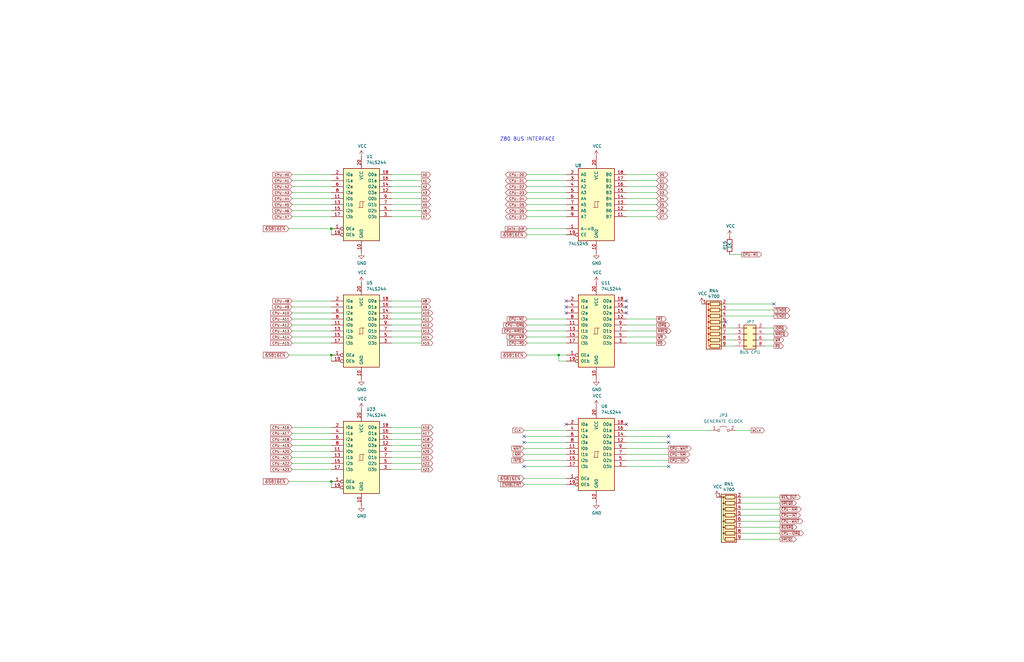
<source format=kicad_sch>
(kicad_sch (version 20211123) (generator eeschema)

  (uuid 86711b3b-1535-4bc5-89de-0c3ad8a96919)

  (paper "B")

  (title_block
    (title "Duodyne 65265 CPU board")
    (date "2025-04-12")
    (rev "V0.5")
  )

  (lib_symbols
    (symbol "74xx:74LS244" (pin_names (offset 1.016)) (in_bom yes) (on_board yes)
      (property "Reference" "U" (id 0) (at -7.62 16.51 0)
        (effects (font (size 1.27 1.27)))
      )
      (property "Value" "74LS244" (id 1) (at -7.62 -16.51 0)
        (effects (font (size 1.27 1.27)))
      )
      (property "Footprint" "" (id 2) (at 0 0 0)
        (effects (font (size 1.27 1.27)) hide)
      )
      (property "Datasheet" "http://www.ti.com/lit/ds/symlink/sn74ls244.pdf" (id 3) (at 0 0 0)
        (effects (font (size 1.27 1.27)) hide)
      )
      (property "ki_keywords" "7400 logic ttl low power schottky" (id 4) (at 0 0 0)
        (effects (font (size 1.27 1.27)) hide)
      )
      (property "ki_description" "Octal Buffer and Line Driver With 3-State Output, active-low enables, non-inverting outputs" (id 5) (at 0 0 0)
        (effects (font (size 1.27 1.27)) hide)
      )
      (property "ki_fp_filters" "DIP?20*" (id 6) (at 0 0 0)
        (effects (font (size 1.27 1.27)) hide)
      )
      (symbol "74LS244_1_0"
        (polyline
          (pts
            (xy -0.635 -1.27)
            (xy -0.635 1.27)
            (xy 0.635 1.27)
          )
          (stroke (width 0) (type default) (color 0 0 0 0))
          (fill (type none))
        )
        (polyline
          (pts
            (xy -1.27 -1.27)
            (xy 0.635 -1.27)
            (xy 0.635 1.27)
            (xy 1.27 1.27)
          )
          (stroke (width 0) (type default) (color 0 0 0 0))
          (fill (type none))
        )
        (pin input inverted (at -12.7 -10.16 0) (length 5.08)
          (name "OEa" (effects (font (size 1.27 1.27))))
          (number "1" (effects (font (size 1.27 1.27))))
        )
        (pin power_in line (at 0 -20.32 90) (length 5.08)
          (name "GND" (effects (font (size 1.27 1.27))))
          (number "10" (effects (font (size 1.27 1.27))))
        )
        (pin input line (at -12.7 2.54 0) (length 5.08)
          (name "I0b" (effects (font (size 1.27 1.27))))
          (number "11" (effects (font (size 1.27 1.27))))
        )
        (pin tri_state line (at 12.7 5.08 180) (length 5.08)
          (name "O3a" (effects (font (size 1.27 1.27))))
          (number "12" (effects (font (size 1.27 1.27))))
        )
        (pin input line (at -12.7 0 0) (length 5.08)
          (name "I1b" (effects (font (size 1.27 1.27))))
          (number "13" (effects (font (size 1.27 1.27))))
        )
        (pin tri_state line (at 12.7 7.62 180) (length 5.08)
          (name "O2a" (effects (font (size 1.27 1.27))))
          (number "14" (effects (font (size 1.27 1.27))))
        )
        (pin input line (at -12.7 -2.54 0) (length 5.08)
          (name "I2b" (effects (font (size 1.27 1.27))))
          (number "15" (effects (font (size 1.27 1.27))))
        )
        (pin tri_state line (at 12.7 10.16 180) (length 5.08)
          (name "O1a" (effects (font (size 1.27 1.27))))
          (number "16" (effects (font (size 1.27 1.27))))
        )
        (pin input line (at -12.7 -5.08 0) (length 5.08)
          (name "I3b" (effects (font (size 1.27 1.27))))
          (number "17" (effects (font (size 1.27 1.27))))
        )
        (pin tri_state line (at 12.7 12.7 180) (length 5.08)
          (name "O0a" (effects (font (size 1.27 1.27))))
          (number "18" (effects (font (size 1.27 1.27))))
        )
        (pin input inverted (at -12.7 -12.7 0) (length 5.08)
          (name "OEb" (effects (font (size 1.27 1.27))))
          (number "19" (effects (font (size 1.27 1.27))))
        )
        (pin input line (at -12.7 12.7 0) (length 5.08)
          (name "I0a" (effects (font (size 1.27 1.27))))
          (number "2" (effects (font (size 1.27 1.27))))
        )
        (pin power_in line (at 0 20.32 270) (length 5.08)
          (name "VCC" (effects (font (size 1.27 1.27))))
          (number "20" (effects (font (size 1.27 1.27))))
        )
        (pin tri_state line (at 12.7 -5.08 180) (length 5.08)
          (name "O3b" (effects (font (size 1.27 1.27))))
          (number "3" (effects (font (size 1.27 1.27))))
        )
        (pin input line (at -12.7 10.16 0) (length 5.08)
          (name "I1a" (effects (font (size 1.27 1.27))))
          (number "4" (effects (font (size 1.27 1.27))))
        )
        (pin tri_state line (at 12.7 -2.54 180) (length 5.08)
          (name "O2b" (effects (font (size 1.27 1.27))))
          (number "5" (effects (font (size 1.27 1.27))))
        )
        (pin input line (at -12.7 7.62 0) (length 5.08)
          (name "I2a" (effects (font (size 1.27 1.27))))
          (number "6" (effects (font (size 1.27 1.27))))
        )
        (pin tri_state line (at 12.7 0 180) (length 5.08)
          (name "O1b" (effects (font (size 1.27 1.27))))
          (number "7" (effects (font (size 1.27 1.27))))
        )
        (pin input line (at -12.7 5.08 0) (length 5.08)
          (name "I3a" (effects (font (size 1.27 1.27))))
          (number "8" (effects (font (size 1.27 1.27))))
        )
        (pin tri_state line (at 12.7 2.54 180) (length 5.08)
          (name "O0b" (effects (font (size 1.27 1.27))))
          (number "9" (effects (font (size 1.27 1.27))))
        )
      )
      (symbol "74LS244_1_1"
        (rectangle (start -7.62 15.24) (end 7.62 -15.24)
          (stroke (width 0.254) (type default) (color 0 0 0 0))
          (fill (type background))
        )
      )
    )
    (symbol "74xx:74LS245" (pin_names (offset 1.016)) (in_bom yes) (on_board yes)
      (property "Reference" "U" (id 0) (at -7.62 16.51 0)
        (effects (font (size 1.27 1.27)))
      )
      (property "Value" "74LS245" (id 1) (at -7.62 -16.51 0)
        (effects (font (size 1.27 1.27)))
      )
      (property "Footprint" "" (id 2) (at 0 0 0)
        (effects (font (size 1.27 1.27)) hide)
      )
      (property "Datasheet" "http://www.ti.com/lit/gpn/sn74LS245" (id 3) (at 0 0 0)
        (effects (font (size 1.27 1.27)) hide)
      )
      (property "ki_locked" "" (id 4) (at 0 0 0)
        (effects (font (size 1.27 1.27)))
      )
      (property "ki_keywords" "TTL BUS 3State" (id 5) (at 0 0 0)
        (effects (font (size 1.27 1.27)) hide)
      )
      (property "ki_description" "Octal BUS Transceivers, 3-State outputs" (id 6) (at 0 0 0)
        (effects (font (size 1.27 1.27)) hide)
      )
      (property "ki_fp_filters" "DIP?20*" (id 7) (at 0 0 0)
        (effects (font (size 1.27 1.27)) hide)
      )
      (symbol "74LS245_1_0"
        (polyline
          (pts
            (xy -0.635 -1.27)
            (xy -0.635 1.27)
            (xy 0.635 1.27)
          )
          (stroke (width 0) (type default) (color 0 0 0 0))
          (fill (type none))
        )
        (polyline
          (pts
            (xy -1.27 -1.27)
            (xy 0.635 -1.27)
            (xy 0.635 1.27)
            (xy 1.27 1.27)
          )
          (stroke (width 0) (type default) (color 0 0 0 0))
          (fill (type none))
        )
        (pin input line (at -12.7 -10.16 0) (length 5.08)
          (name "A->B" (effects (font (size 1.27 1.27))))
          (number "1" (effects (font (size 1.27 1.27))))
        )
        (pin power_in line (at 0 -20.32 90) (length 5.08)
          (name "GND" (effects (font (size 1.27 1.27))))
          (number "10" (effects (font (size 1.27 1.27))))
        )
        (pin tri_state line (at 12.7 -5.08 180) (length 5.08)
          (name "B7" (effects (font (size 1.27 1.27))))
          (number "11" (effects (font (size 1.27 1.27))))
        )
        (pin tri_state line (at 12.7 -2.54 180) (length 5.08)
          (name "B6" (effects (font (size 1.27 1.27))))
          (number "12" (effects (font (size 1.27 1.27))))
        )
        (pin tri_state line (at 12.7 0 180) (length 5.08)
          (name "B5" (effects (font (size 1.27 1.27))))
          (number "13" (effects (font (size 1.27 1.27))))
        )
        (pin tri_state line (at 12.7 2.54 180) (length 5.08)
          (name "B4" (effects (font (size 1.27 1.27))))
          (number "14" (effects (font (size 1.27 1.27))))
        )
        (pin tri_state line (at 12.7 5.08 180) (length 5.08)
          (name "B3" (effects (font (size 1.27 1.27))))
          (number "15" (effects (font (size 1.27 1.27))))
        )
        (pin tri_state line (at 12.7 7.62 180) (length 5.08)
          (name "B2" (effects (font (size 1.27 1.27))))
          (number "16" (effects (font (size 1.27 1.27))))
        )
        (pin tri_state line (at 12.7 10.16 180) (length 5.08)
          (name "B1" (effects (font (size 1.27 1.27))))
          (number "17" (effects (font (size 1.27 1.27))))
        )
        (pin tri_state line (at 12.7 12.7 180) (length 5.08)
          (name "B0" (effects (font (size 1.27 1.27))))
          (number "18" (effects (font (size 1.27 1.27))))
        )
        (pin input inverted (at -12.7 -12.7 0) (length 5.08)
          (name "CE" (effects (font (size 1.27 1.27))))
          (number "19" (effects (font (size 1.27 1.27))))
        )
        (pin tri_state line (at -12.7 12.7 0) (length 5.08)
          (name "A0" (effects (font (size 1.27 1.27))))
          (number "2" (effects (font (size 1.27 1.27))))
        )
        (pin power_in line (at 0 20.32 270) (length 5.08)
          (name "VCC" (effects (font (size 1.27 1.27))))
          (number "20" (effects (font (size 1.27 1.27))))
        )
        (pin tri_state line (at -12.7 10.16 0) (length 5.08)
          (name "A1" (effects (font (size 1.27 1.27))))
          (number "3" (effects (font (size 1.27 1.27))))
        )
        (pin tri_state line (at -12.7 7.62 0) (length 5.08)
          (name "A2" (effects (font (size 1.27 1.27))))
          (number "4" (effects (font (size 1.27 1.27))))
        )
        (pin tri_state line (at -12.7 5.08 0) (length 5.08)
          (name "A3" (effects (font (size 1.27 1.27))))
          (number "5" (effects (font (size 1.27 1.27))))
        )
        (pin tri_state line (at -12.7 2.54 0) (length 5.08)
          (name "A4" (effects (font (size 1.27 1.27))))
          (number "6" (effects (font (size 1.27 1.27))))
        )
        (pin tri_state line (at -12.7 0 0) (length 5.08)
          (name "A5" (effects (font (size 1.27 1.27))))
          (number "7" (effects (font (size 1.27 1.27))))
        )
        (pin tri_state line (at -12.7 -2.54 0) (length 5.08)
          (name "A6" (effects (font (size 1.27 1.27))))
          (number "8" (effects (font (size 1.27 1.27))))
        )
        (pin tri_state line (at -12.7 -5.08 0) (length 5.08)
          (name "A7" (effects (font (size 1.27 1.27))))
          (number "9" (effects (font (size 1.27 1.27))))
        )
      )
      (symbol "74LS245_1_1"
        (rectangle (start -7.62 15.24) (end 7.62 -15.24)
          (stroke (width 0.254) (type default) (color 0 0 0 0))
          (fill (type background))
        )
      )
    )
    (symbol "Connector_Generic:Conn_02x04_Odd_Even" (pin_names (offset 1.016) hide) (in_bom yes) (on_board yes)
      (property "Reference" "J" (id 0) (at 1.27 5.08 0)
        (effects (font (size 1.27 1.27)))
      )
      (property "Value" "Conn_02x04_Odd_Even" (id 1) (at 1.27 -7.62 0)
        (effects (font (size 1.27 1.27)))
      )
      (property "Footprint" "" (id 2) (at 0 0 0)
        (effects (font (size 1.27 1.27)) hide)
      )
      (property "Datasheet" "~" (id 3) (at 0 0 0)
        (effects (font (size 1.27 1.27)) hide)
      )
      (property "ki_keywords" "connector" (id 4) (at 0 0 0)
        (effects (font (size 1.27 1.27)) hide)
      )
      (property "ki_description" "Generic connector, double row, 02x04, odd/even pin numbering scheme (row 1 odd numbers, row 2 even numbers), script generated (kicad-library-utils/schlib/autogen/connector/)" (id 5) (at 0 0 0)
        (effects (font (size 1.27 1.27)) hide)
      )
      (property "ki_fp_filters" "Connector*:*_2x??_*" (id 6) (at 0 0 0)
        (effects (font (size 1.27 1.27)) hide)
      )
      (symbol "Conn_02x04_Odd_Even_1_1"
        (rectangle (start -1.27 -4.953) (end 0 -5.207)
          (stroke (width 0.1524) (type default) (color 0 0 0 0))
          (fill (type none))
        )
        (rectangle (start -1.27 -2.413) (end 0 -2.667)
          (stroke (width 0.1524) (type default) (color 0 0 0 0))
          (fill (type none))
        )
        (rectangle (start -1.27 0.127) (end 0 -0.127)
          (stroke (width 0.1524) (type default) (color 0 0 0 0))
          (fill (type none))
        )
        (rectangle (start -1.27 2.667) (end 0 2.413)
          (stroke (width 0.1524) (type default) (color 0 0 0 0))
          (fill (type none))
        )
        (rectangle (start -1.27 3.81) (end 3.81 -6.35)
          (stroke (width 0.254) (type default) (color 0 0 0 0))
          (fill (type background))
        )
        (rectangle (start 3.81 -4.953) (end 2.54 -5.207)
          (stroke (width 0.1524) (type default) (color 0 0 0 0))
          (fill (type none))
        )
        (rectangle (start 3.81 -2.413) (end 2.54 -2.667)
          (stroke (width 0.1524) (type default) (color 0 0 0 0))
          (fill (type none))
        )
        (rectangle (start 3.81 0.127) (end 2.54 -0.127)
          (stroke (width 0.1524) (type default) (color 0 0 0 0))
          (fill (type none))
        )
        (rectangle (start 3.81 2.667) (end 2.54 2.413)
          (stroke (width 0.1524) (type default) (color 0 0 0 0))
          (fill (type none))
        )
        (pin passive line (at -5.08 2.54 0) (length 3.81)
          (name "Pin_1" (effects (font (size 1.27 1.27))))
          (number "1" (effects (font (size 1.27 1.27))))
        )
        (pin passive line (at 7.62 2.54 180) (length 3.81)
          (name "Pin_2" (effects (font (size 1.27 1.27))))
          (number "2" (effects (font (size 1.27 1.27))))
        )
        (pin passive line (at -5.08 0 0) (length 3.81)
          (name "Pin_3" (effects (font (size 1.27 1.27))))
          (number "3" (effects (font (size 1.27 1.27))))
        )
        (pin passive line (at 7.62 0 180) (length 3.81)
          (name "Pin_4" (effects (font (size 1.27 1.27))))
          (number "4" (effects (font (size 1.27 1.27))))
        )
        (pin passive line (at -5.08 -2.54 0) (length 3.81)
          (name "Pin_5" (effects (font (size 1.27 1.27))))
          (number "5" (effects (font (size 1.27 1.27))))
        )
        (pin passive line (at 7.62 -2.54 180) (length 3.81)
          (name "Pin_6" (effects (font (size 1.27 1.27))))
          (number "6" (effects (font (size 1.27 1.27))))
        )
        (pin passive line (at -5.08 -5.08 0) (length 3.81)
          (name "Pin_7" (effects (font (size 1.27 1.27))))
          (number "7" (effects (font (size 1.27 1.27))))
        )
        (pin passive line (at 7.62 -5.08 180) (length 3.81)
          (name "Pin_8" (effects (font (size 1.27 1.27))))
          (number "8" (effects (font (size 1.27 1.27))))
        )
      )
    )
    (symbol "Device:R" (pin_numbers hide) (pin_names (offset 0)) (in_bom yes) (on_board yes)
      (property "Reference" "R" (id 0) (at 2.032 0 90)
        (effects (font (size 1.27 1.27)))
      )
      (property "Value" "R" (id 1) (at 0 0 90)
        (effects (font (size 1.27 1.27)))
      )
      (property "Footprint" "" (id 2) (at -1.778 0 90)
        (effects (font (size 1.27 1.27)) hide)
      )
      (property "Datasheet" "~" (id 3) (at 0 0 0)
        (effects (font (size 1.27 1.27)) hide)
      )
      (property "ki_keywords" "R res resistor" (id 4) (at 0 0 0)
        (effects (font (size 1.27 1.27)) hide)
      )
      (property "ki_description" "Resistor" (id 5) (at 0 0 0)
        (effects (font (size 1.27 1.27)) hide)
      )
      (property "ki_fp_filters" "R_*" (id 6) (at 0 0 0)
        (effects (font (size 1.27 1.27)) hide)
      )
      (symbol "R_0_1"
        (rectangle (start -1.016 -2.54) (end 1.016 2.54)
          (stroke (width 0.254) (type default) (color 0 0 0 0))
          (fill (type none))
        )
      )
      (symbol "R_1_1"
        (pin passive line (at 0 3.81 270) (length 1.27)
          (name "~" (effects (font (size 1.27 1.27))))
          (number "1" (effects (font (size 1.27 1.27))))
        )
        (pin passive line (at 0 -3.81 90) (length 1.27)
          (name "~" (effects (font (size 1.27 1.27))))
          (number "2" (effects (font (size 1.27 1.27))))
        )
      )
    )
    (symbol "Device:R_Network08" (pin_names (offset 0) hide) (in_bom yes) (on_board yes)
      (property "Reference" "RN" (id 0) (at -12.7 0 90)
        (effects (font (size 1.27 1.27)))
      )
      (property "Value" "R_Network08" (id 1) (at 10.16 0 90)
        (effects (font (size 1.27 1.27)))
      )
      (property "Footprint" "Resistor_THT:R_Array_SIP9" (id 2) (at 12.065 0 90)
        (effects (font (size 1.27 1.27)) hide)
      )
      (property "Datasheet" "http://www.vishay.com/docs/31509/csc.pdf" (id 3) (at 0 0 0)
        (effects (font (size 1.27 1.27)) hide)
      )
      (property "ki_keywords" "R network star-topology" (id 4) (at 0 0 0)
        (effects (font (size 1.27 1.27)) hide)
      )
      (property "ki_description" "8 resistor network, star topology, bussed resistors, small symbol" (id 5) (at 0 0 0)
        (effects (font (size 1.27 1.27)) hide)
      )
      (property "ki_fp_filters" "R?Array?SIP*" (id 6) (at 0 0 0)
        (effects (font (size 1.27 1.27)) hide)
      )
      (symbol "R_Network08_0_1"
        (rectangle (start -11.43 -3.175) (end 8.89 3.175)
          (stroke (width 0.254) (type default) (color 0 0 0 0))
          (fill (type background))
        )
        (rectangle (start -10.922 1.524) (end -9.398 -2.54)
          (stroke (width 0.254) (type default) (color 0 0 0 0))
          (fill (type none))
        )
        (circle (center -10.16 2.286) (radius 0.254)
          (stroke (width 0) (type default) (color 0 0 0 0))
          (fill (type outline))
        )
        (rectangle (start -8.382 1.524) (end -6.858 -2.54)
          (stroke (width 0.254) (type default) (color 0 0 0 0))
          (fill (type none))
        )
        (circle (center -7.62 2.286) (radius 0.254)
          (stroke (width 0) (type default) (color 0 0 0 0))
          (fill (type outline))
        )
        (rectangle (start -5.842 1.524) (end -4.318 -2.54)
          (stroke (width 0.254) (type default) (color 0 0 0 0))
          (fill (type none))
        )
        (circle (center -5.08 2.286) (radius 0.254)
          (stroke (width 0) (type default) (color 0 0 0 0))
          (fill (type outline))
        )
        (rectangle (start -3.302 1.524) (end -1.778 -2.54)
          (stroke (width 0.254) (type default) (color 0 0 0 0))
          (fill (type none))
        )
        (circle (center -2.54 2.286) (radius 0.254)
          (stroke (width 0) (type default) (color 0 0 0 0))
          (fill (type outline))
        )
        (rectangle (start -0.762 1.524) (end 0.762 -2.54)
          (stroke (width 0.254) (type default) (color 0 0 0 0))
          (fill (type none))
        )
        (polyline
          (pts
            (xy -10.16 -2.54)
            (xy -10.16 -3.81)
          )
          (stroke (width 0) (type default) (color 0 0 0 0))
          (fill (type none))
        )
        (polyline
          (pts
            (xy -7.62 -2.54)
            (xy -7.62 -3.81)
          )
          (stroke (width 0) (type default) (color 0 0 0 0))
          (fill (type none))
        )
        (polyline
          (pts
            (xy -5.08 -2.54)
            (xy -5.08 -3.81)
          )
          (stroke (width 0) (type default) (color 0 0 0 0))
          (fill (type none))
        )
        (polyline
          (pts
            (xy -2.54 -2.54)
            (xy -2.54 -3.81)
          )
          (stroke (width 0) (type default) (color 0 0 0 0))
          (fill (type none))
        )
        (polyline
          (pts
            (xy 0 -2.54)
            (xy 0 -3.81)
          )
          (stroke (width 0) (type default) (color 0 0 0 0))
          (fill (type none))
        )
        (polyline
          (pts
            (xy 2.54 -2.54)
            (xy 2.54 -3.81)
          )
          (stroke (width 0) (type default) (color 0 0 0 0))
          (fill (type none))
        )
        (polyline
          (pts
            (xy 5.08 -2.54)
            (xy 5.08 -3.81)
          )
          (stroke (width 0) (type default) (color 0 0 0 0))
          (fill (type none))
        )
        (polyline
          (pts
            (xy 7.62 -2.54)
            (xy 7.62 -3.81)
          )
          (stroke (width 0) (type default) (color 0 0 0 0))
          (fill (type none))
        )
        (polyline
          (pts
            (xy -10.16 1.524)
            (xy -10.16 2.286)
            (xy -7.62 2.286)
            (xy -7.62 1.524)
          )
          (stroke (width 0) (type default) (color 0 0 0 0))
          (fill (type none))
        )
        (polyline
          (pts
            (xy -7.62 1.524)
            (xy -7.62 2.286)
            (xy -5.08 2.286)
            (xy -5.08 1.524)
          )
          (stroke (width 0) (type default) (color 0 0 0 0))
          (fill (type none))
        )
        (polyline
          (pts
            (xy -5.08 1.524)
            (xy -5.08 2.286)
            (xy -2.54 2.286)
            (xy -2.54 1.524)
          )
          (stroke (width 0) (type default) (color 0 0 0 0))
          (fill (type none))
        )
        (polyline
          (pts
            (xy -2.54 1.524)
            (xy -2.54 2.286)
            (xy 0 2.286)
            (xy 0 1.524)
          )
          (stroke (width 0) (type default) (color 0 0 0 0))
          (fill (type none))
        )
        (polyline
          (pts
            (xy 0 1.524)
            (xy 0 2.286)
            (xy 2.54 2.286)
            (xy 2.54 1.524)
          )
          (stroke (width 0) (type default) (color 0 0 0 0))
          (fill (type none))
        )
        (polyline
          (pts
            (xy 2.54 1.524)
            (xy 2.54 2.286)
            (xy 5.08 2.286)
            (xy 5.08 1.524)
          )
          (stroke (width 0) (type default) (color 0 0 0 0))
          (fill (type none))
        )
        (polyline
          (pts
            (xy 5.08 1.524)
            (xy 5.08 2.286)
            (xy 7.62 2.286)
            (xy 7.62 1.524)
          )
          (stroke (width 0) (type default) (color 0 0 0 0))
          (fill (type none))
        )
        (circle (center 0 2.286) (radius 0.254)
          (stroke (width 0) (type default) (color 0 0 0 0))
          (fill (type outline))
        )
        (rectangle (start 1.778 1.524) (end 3.302 -2.54)
          (stroke (width 0.254) (type default) (color 0 0 0 0))
          (fill (type none))
        )
        (circle (center 2.54 2.286) (radius 0.254)
          (stroke (width 0) (type default) (color 0 0 0 0))
          (fill (type outline))
        )
        (rectangle (start 4.318 1.524) (end 5.842 -2.54)
          (stroke (width 0.254) (type default) (color 0 0 0 0))
          (fill (type none))
        )
        (circle (center 5.08 2.286) (radius 0.254)
          (stroke (width 0) (type default) (color 0 0 0 0))
          (fill (type outline))
        )
        (rectangle (start 6.858 1.524) (end 8.382 -2.54)
          (stroke (width 0.254) (type default) (color 0 0 0 0))
          (fill (type none))
        )
      )
      (symbol "R_Network08_1_1"
        (pin passive line (at -10.16 5.08 270) (length 2.54)
          (name "common" (effects (font (size 1.27 1.27))))
          (number "1" (effects (font (size 1.27 1.27))))
        )
        (pin passive line (at -10.16 -5.08 90) (length 1.27)
          (name "R1" (effects (font (size 1.27 1.27))))
          (number "2" (effects (font (size 1.27 1.27))))
        )
        (pin passive line (at -7.62 -5.08 90) (length 1.27)
          (name "R2" (effects (font (size 1.27 1.27))))
          (number "3" (effects (font (size 1.27 1.27))))
        )
        (pin passive line (at -5.08 -5.08 90) (length 1.27)
          (name "R3" (effects (font (size 1.27 1.27))))
          (number "4" (effects (font (size 1.27 1.27))))
        )
        (pin passive line (at -2.54 -5.08 90) (length 1.27)
          (name "R4" (effects (font (size 1.27 1.27))))
          (number "5" (effects (font (size 1.27 1.27))))
        )
        (pin passive line (at 0 -5.08 90) (length 1.27)
          (name "R5" (effects (font (size 1.27 1.27))))
          (number "6" (effects (font (size 1.27 1.27))))
        )
        (pin passive line (at 2.54 -5.08 90) (length 1.27)
          (name "R6" (effects (font (size 1.27 1.27))))
          (number "7" (effects (font (size 1.27 1.27))))
        )
        (pin passive line (at 5.08 -5.08 90) (length 1.27)
          (name "R7" (effects (font (size 1.27 1.27))))
          (number "8" (effects (font (size 1.27 1.27))))
        )
        (pin passive line (at 7.62 -5.08 90) (length 1.27)
          (name "R8" (effects (font (size 1.27 1.27))))
          (number "9" (effects (font (size 1.27 1.27))))
        )
      )
    )
    (symbol "Jumper:Jumper_2_Open" (pin_names (offset 0) hide) (in_bom yes) (on_board yes)
      (property "Reference" "JP" (id 0) (at 0 2.794 0)
        (effects (font (size 1.27 1.27)))
      )
      (property "Value" "Jumper_2_Open" (id 1) (at 0 -2.286 0)
        (effects (font (size 1.27 1.27)))
      )
      (property "Footprint" "" (id 2) (at 0 0 0)
        (effects (font (size 1.27 1.27)) hide)
      )
      (property "Datasheet" "~" (id 3) (at 0 0 0)
        (effects (font (size 1.27 1.27)) hide)
      )
      (property "ki_keywords" "Jumper SPST" (id 4) (at 0 0 0)
        (effects (font (size 1.27 1.27)) hide)
      )
      (property "ki_description" "Jumper, 2-pole, open" (id 5) (at 0 0 0)
        (effects (font (size 1.27 1.27)) hide)
      )
      (property "ki_fp_filters" "Jumper* TestPoint*2Pads* TestPoint*Bridge*" (id 6) (at 0 0 0)
        (effects (font (size 1.27 1.27)) hide)
      )
      (symbol "Jumper_2_Open_0_0"
        (circle (center -2.032 0) (radius 0.508)
          (stroke (width 0) (type default) (color 0 0 0 0))
          (fill (type none))
        )
        (circle (center 2.032 0) (radius 0.508)
          (stroke (width 0) (type default) (color 0 0 0 0))
          (fill (type none))
        )
      )
      (symbol "Jumper_2_Open_0_1"
        (arc (start 1.524 1.27) (mid 0 1.778) (end -1.524 1.27)
          (stroke (width 0) (type default) (color 0 0 0 0))
          (fill (type none))
        )
      )
      (symbol "Jumper_2_Open_1_1"
        (pin passive line (at -5.08 0 0) (length 2.54)
          (name "A" (effects (font (size 1.27 1.27))))
          (number "1" (effects (font (size 1.27 1.27))))
        )
        (pin passive line (at 5.08 0 180) (length 2.54)
          (name "B" (effects (font (size 1.27 1.27))))
          (number "2" (effects (font (size 1.27 1.27))))
        )
      )
    )
    (symbol "power:GND" (power) (pin_names (offset 0)) (in_bom yes) (on_board yes)
      (property "Reference" "#PWR" (id 0) (at 0 -6.35 0)
        (effects (font (size 1.27 1.27)) hide)
      )
      (property "Value" "GND" (id 1) (at 0 -3.81 0)
        (effects (font (size 1.27 1.27)))
      )
      (property "Footprint" "" (id 2) (at 0 0 0)
        (effects (font (size 1.27 1.27)) hide)
      )
      (property "Datasheet" "" (id 3) (at 0 0 0)
        (effects (font (size 1.27 1.27)) hide)
      )
      (property "ki_keywords" "global power" (id 4) (at 0 0 0)
        (effects (font (size 1.27 1.27)) hide)
      )
      (property "ki_description" "Power symbol creates a global label with name \"GND\" , ground" (id 5) (at 0 0 0)
        (effects (font (size 1.27 1.27)) hide)
      )
      (symbol "GND_0_1"
        (polyline
          (pts
            (xy 0 0)
            (xy 0 -1.27)
            (xy 1.27 -1.27)
            (xy 0 -2.54)
            (xy -1.27 -1.27)
            (xy 0 -1.27)
          )
          (stroke (width 0) (type default) (color 0 0 0 0))
          (fill (type none))
        )
      )
      (symbol "GND_1_1"
        (pin power_in line (at 0 0 270) (length 0) hide
          (name "GND" (effects (font (size 1.27 1.27))))
          (number "1" (effects (font (size 1.27 1.27))))
        )
      )
    )
    (symbol "power:VCC" (power) (pin_names (offset 0)) (in_bom yes) (on_board yes)
      (property "Reference" "#PWR" (id 0) (at 0 -3.81 0)
        (effects (font (size 1.27 1.27)) hide)
      )
      (property "Value" "VCC" (id 1) (at 0 3.81 0)
        (effects (font (size 1.27 1.27)))
      )
      (property "Footprint" "" (id 2) (at 0 0 0)
        (effects (font (size 1.27 1.27)) hide)
      )
      (property "Datasheet" "" (id 3) (at 0 0 0)
        (effects (font (size 1.27 1.27)) hide)
      )
      (property "ki_keywords" "global power" (id 4) (at 0 0 0)
        (effects (font (size 1.27 1.27)) hide)
      )
      (property "ki_description" "Power symbol creates a global label with name \"VCC\"" (id 5) (at 0 0 0)
        (effects (font (size 1.27 1.27)) hide)
      )
      (symbol "VCC_0_1"
        (polyline
          (pts
            (xy -0.762 1.27)
            (xy 0 2.54)
          )
          (stroke (width 0) (type default) (color 0 0 0 0))
          (fill (type none))
        )
        (polyline
          (pts
            (xy 0 0)
            (xy 0 2.54)
          )
          (stroke (width 0) (type default) (color 0 0 0 0))
          (fill (type none))
        )
        (polyline
          (pts
            (xy 0 2.54)
            (xy 0.762 1.27)
          )
          (stroke (width 0) (type default) (color 0 0 0 0))
          (fill (type none))
        )
      )
      (symbol "VCC_1_1"
        (pin power_in line (at 0 0 90) (length 0) hide
          (name "VCC" (effects (font (size 1.27 1.27))))
          (number "1" (effects (font (size 1.27 1.27))))
        )
      )
    )
  )

  (junction (at 139.7 203.2) (diameter 0) (color 0 0 0 0)
    (uuid 25ca1e69-269e-4bda-9034-5043d7f4f63c)
  )
  (junction (at 139.7 96.52) (diameter 0) (color 0 0 0 0)
    (uuid 294e4517-8930-4e83-8146-36a68ba80a98)
  )
  (junction (at 235.585 149.86) (diameter 0) (color 0 0 0 0)
    (uuid 6fd79d3f-e027-49e4-a286-deb8cd8d05de)
  )
  (junction (at 139.7 149.86) (diameter 0) (color 0 0 0 0)
    (uuid 993d826a-18ad-41fc-a2a9-87ca5f54776d)
  )

  (no_connect (at 281.94 184.15) (uuid 0c4cab5e-46b3-4a3a-badd-f722a2f7e10d))
  (no_connect (at 220.98 186.69) (uuid 290e1628-793f-42ee-a439-c2aaf17ae01e))
  (no_connect (at 264.16 179.07) (uuid 2f4967fa-8506-4bd6-bfbb-7b67391ac46e))
  (no_connect (at 281.94 186.69) (uuid 32d1f6c6-c6f9-48bc-8914-231c5105613a))
  (no_connect (at 281.94 196.85) (uuid 350f868b-dd34-410a-8182-44ac334caedd))
  (no_connect (at 326.39 128.27) (uuid 4eaafd62-febe-4f2b-8360-90214a8bcba1))
  (no_connect (at 238.76 132.08) (uuid 82fa33a1-619a-438f-915f-c35255168a29))
  (no_connect (at 306.07 135.89) (uuid 8e16859a-1003-4c4d-ad98-75d50e18dafd))
  (no_connect (at 220.98 196.85) (uuid 9add1fca-ec9e-4e83-9196-ff7140609291))
  (no_connect (at 238.76 127) (uuid 9dac1f89-fb62-437d-aea3-80784cefd79a))
  (no_connect (at 264.16 129.54) (uuid 9ed1aae3-9058-476b-b63e-9111e8d19ccc))
  (no_connect (at 220.98 184.15) (uuid a6ee8e45-e298-453f-bff6-344544549636))
  (no_connect (at 264.16 127) (uuid ab7bd81a-79ff-45dc-917a-2490f7289dc6))
  (no_connect (at 238.76 179.07) (uuid df07bcbd-d3e5-453f-bde5-dd32c0f02971))
  (no_connect (at 238.76 129.54) (uuid eaba0660-fa7e-416d-b9ef-f65401531ee3))
  (no_connect (at 264.16 132.08) (uuid f95f7e82-f4ae-4a23-8116-09b81beeadaa))

  (wire (pts (xy 165.1 193.04) (xy 177.8 193.04))
    (stroke (width 0) (type default) (color 0 0 0 0))
    (uuid 02ac17f9-f1f5-435f-bece-5a35669607ec)
  )
  (wire (pts (xy 139.7 96.52) (xy 121.92 96.52))
    (stroke (width 0) (type default) (color 0 0 0 0))
    (uuid 04e4b330-5efd-431f-8b8e-a63ce7bbb8d6)
  )
  (wire (pts (xy 123.19 73.66) (xy 139.7 73.66))
    (stroke (width 0) (type default) (color 0 0 0 0))
    (uuid 08d0aa0f-f890-4d05-bc1d-47b707f7297c)
  )
  (wire (pts (xy 312.42 219.964) (xy 328.93 219.964))
    (stroke (width 0) (type default) (color 0 0 0 0))
    (uuid 096e8d10-aa00-4321-81c4-90883f95e83e)
  )
  (wire (pts (xy 165.1 198.12) (xy 177.8 198.12))
    (stroke (width 0) (type default) (color 0 0 0 0))
    (uuid 09c7ea62-c778-4f70-95fe-d0a3084c4b6c)
  )
  (wire (pts (xy 264.16 137.16) (xy 276.86 137.16))
    (stroke (width 0) (type default) (color 0 0 0 0))
    (uuid 1032d00d-e4fe-4a1a-8417-c0fded28c5b5)
  )
  (wire (pts (xy 306.07 143.51) (xy 309.88 143.51))
    (stroke (width 0) (type default) (color 0 0 0 0))
    (uuid 114bed05-e9bc-41da-b093-b47040fa5fe4)
  )
  (wire (pts (xy 123.19 88.9) (xy 139.7 88.9))
    (stroke (width 0) (type default) (color 0 0 0 0))
    (uuid 158648e8-cae7-4097-9358-e61f0838d60d)
  )
  (wire (pts (xy 165.1 195.58) (xy 177.8 195.58))
    (stroke (width 0) (type default) (color 0 0 0 0))
    (uuid 15d940ff-0f0c-477f-9ed0-d31dfc0e7b6d)
  )
  (wire (pts (xy 165.1 76.2) (xy 177.8 76.2))
    (stroke (width 0) (type default) (color 0 0 0 0))
    (uuid 179539f9-08ee-4a5b-998e-a66332e01100)
  )
  (wire (pts (xy 222.25 83.82) (xy 238.76 83.82))
    (stroke (width 0) (type default) (color 0 0 0 0))
    (uuid 18c755f9-7de8-4105-8cbb-f6031f095ba0)
  )
  (wire (pts (xy 264.16 184.15) (xy 281.94 184.15))
    (stroke (width 0) (type default) (color 0 0 0 0))
    (uuid 1a1bc2a8-44ca-4ee5-a957-185c872e6665)
  )
  (wire (pts (xy 222.25 144.78) (xy 238.76 144.78))
    (stroke (width 0) (type default) (color 0 0 0 0))
    (uuid 1a4ce9a9-38f1-4bfa-a730-a6bc69198570)
  )
  (wire (pts (xy 165.1 86.36) (xy 177.8 86.36))
    (stroke (width 0) (type default) (color 0 0 0 0))
    (uuid 1a91ecb9-938f-4bad-b241-121d7f02b5af)
  )
  (wire (pts (xy 165.1 137.16) (xy 177.8 137.16))
    (stroke (width 0) (type default) (color 0 0 0 0))
    (uuid 1ba1aa5b-1483-4dce-ba7e-051ddc4a2d7b)
  )
  (wire (pts (xy 165.1 129.54) (xy 177.8 129.54))
    (stroke (width 0) (type default) (color 0 0 0 0))
    (uuid 1be3c946-9ba1-4416-acff-871a49c6ae89)
  )
  (wire (pts (xy 264.16 196.85) (xy 281.94 196.85))
    (stroke (width 0) (type default) (color 0 0 0 0))
    (uuid 26bbbb66-2ad8-4db7-be43-2421a374bb2a)
  )
  (wire (pts (xy 322.58 138.43) (xy 326.39 138.43))
    (stroke (width 0) (type default) (color 0 0 0 0))
    (uuid 2b218b82-6d06-4c44-b220-da939e5249b4)
  )
  (wire (pts (xy 322.58 146.05) (xy 326.39 146.05))
    (stroke (width 0) (type default) (color 0 0 0 0))
    (uuid 2e62ae87-c9f9-4726-9d47-16f7a09d52d2)
  )
  (wire (pts (xy 123.19 195.58) (xy 139.7 195.58))
    (stroke (width 0) (type default) (color 0 0 0 0))
    (uuid 31b04488-6850-4e76-9a4b-f6302c18fef6)
  )
  (wire (pts (xy 165.1 182.88) (xy 177.8 182.88))
    (stroke (width 0) (type default) (color 0 0 0 0))
    (uuid 31ff78b7-7b07-4212-94d5-4da337db5e1c)
  )
  (wire (pts (xy 312.42 225.044) (xy 328.93 225.044))
    (stroke (width 0) (type default) (color 0 0 0 0))
    (uuid 32d28439-15f7-40fe-9b42-124409b4d331)
  )
  (wire (pts (xy 123.19 81.28) (xy 139.7 81.28))
    (stroke (width 0) (type default) (color 0 0 0 0))
    (uuid 33280c30-235a-454e-88cb-1398f0f661cd)
  )
  (wire (pts (xy 165.1 139.7) (xy 177.8 139.7))
    (stroke (width 0) (type default) (color 0 0 0 0))
    (uuid 3a38041f-08d8-4c07-8976-c8de4f03135c)
  )
  (wire (pts (xy 123.19 76.2) (xy 139.7 76.2))
    (stroke (width 0) (type default) (color 0 0 0 0))
    (uuid 3a69a411-6516-4d60-af33-5ae9cd9be0f1)
  )
  (wire (pts (xy 165.1 127) (xy 177.8 127))
    (stroke (width 0) (type default) (color 0 0 0 0))
    (uuid 3ec7a1de-8dd0-4e42-8dff-1306f52a8a2c)
  )
  (wire (pts (xy 165.1 73.66) (xy 177.8 73.66))
    (stroke (width 0) (type default) (color 0 0 0 0))
    (uuid 42d4c421-e8a2-4f31-afd3-b17c01a74311)
  )
  (wire (pts (xy 222.25 81.28) (xy 238.76 81.28))
    (stroke (width 0) (type default) (color 0 0 0 0))
    (uuid 436b9165-a2ac-4e44-ad48-0841aaf5d4a4)
  )
  (wire (pts (xy 264.16 86.36) (xy 276.86 86.36))
    (stroke (width 0) (type default) (color 0 0 0 0))
    (uuid 44e286f4-c8d3-4a3c-9978-67c21c02ddc9)
  )
  (wire (pts (xy 139.7 152.4) (xy 139.7 149.86))
    (stroke (width 0) (type default) (color 0 0 0 0))
    (uuid 4809bddf-eb03-4340-98f0-ffcf06f0c71a)
  )
  (wire (pts (xy 312.42 209.804) (xy 328.93 209.804))
    (stroke (width 0) (type default) (color 0 0 0 0))
    (uuid 4a54272c-7543-4d01-a28a-bf1b9c81e8f6)
  )
  (wire (pts (xy 306.07 140.97) (xy 309.88 140.97))
    (stroke (width 0) (type default) (color 0 0 0 0))
    (uuid 4b15ecf2-f38f-480f-bf4d-e14dae93d162)
  )
  (wire (pts (xy 222.25 137.16) (xy 238.76 137.16))
    (stroke (width 0) (type default) (color 0 0 0 0))
    (uuid 4b36d0f3-62c4-4a8b-bad4-f9708e15df72)
  )
  (wire (pts (xy 123.19 91.44) (xy 139.7 91.44))
    (stroke (width 0) (type default) (color 0 0 0 0))
    (uuid 4b9fb86e-8036-47cb-8fb9-3e71e1da079a)
  )
  (wire (pts (xy 281.94 191.77) (xy 264.16 191.77))
    (stroke (width 0) (type default) (color 0 0 0 0))
    (uuid 4c80cc59-b5cd-4298-bb8f-15f583ee28fe)
  )
  (wire (pts (xy 238.76 134.62) (xy 222.25 134.62))
    (stroke (width 0) (type default) (color 0 0 0 0))
    (uuid 4dfd1c7f-69a1-4f86-bf78-c1a59b2b4503)
  )
  (wire (pts (xy 306.07 146.05) (xy 309.88 146.05))
    (stroke (width 0) (type default) (color 0 0 0 0))
    (uuid 4e04cd1b-a7cc-4ff1-84b6-0b40ab88d616)
  )
  (wire (pts (xy 222.25 76.2) (xy 238.76 76.2))
    (stroke (width 0) (type default) (color 0 0 0 0))
    (uuid 4e84bae2-c63a-48d0-89e9-7e9dbbba6de2)
  )
  (wire (pts (xy 264.16 81.28) (xy 276.86 81.28))
    (stroke (width 0) (type default) (color 0 0 0 0))
    (uuid 4ebccdb1-6736-4597-8063-bcdc84f6c1b9)
  )
  (wire (pts (xy 139.7 149.86) (xy 121.92 149.86))
    (stroke (width 0) (type default) (color 0 0 0 0))
    (uuid 513c5fbd-6aec-4336-adf7-6300113365fc)
  )
  (wire (pts (xy 264.16 142.24) (xy 276.86 142.24))
    (stroke (width 0) (type default) (color 0 0 0 0))
    (uuid 52fc0902-5885-4328-8d0e-bc4863d13dc5)
  )
  (wire (pts (xy 222.25 86.36) (xy 238.76 86.36))
    (stroke (width 0) (type default) (color 0 0 0 0))
    (uuid 53cce825-ee62-47b5-8456-0d8374d10ee9)
  )
  (wire (pts (xy 264.16 181.61) (xy 299.974 181.61))
    (stroke (width 0) (type default) (color 0 0 0 0))
    (uuid 59d6058a-54d6-47e0-9869-37b027f81245)
  )
  (wire (pts (xy 220.98 204.47) (xy 238.76 204.47))
    (stroke (width 0) (type default) (color 0 0 0 0))
    (uuid 5a5e8836-8011-4505-8a27-fb867cf35edb)
  )
  (wire (pts (xy 264.16 134.62) (xy 276.86 134.62))
    (stroke (width 0) (type default) (color 0 0 0 0))
    (uuid 5b7ffff6-b360-4888-8f47-0cfcd27c7d51)
  )
  (wire (pts (xy 222.25 142.24) (xy 238.76 142.24))
    (stroke (width 0) (type default) (color 0 0 0 0))
    (uuid 5dc43dc7-14d6-4ab8-946f-c55e17ff86fe)
  )
  (wire (pts (xy 123.19 129.54) (xy 139.7 129.54))
    (stroke (width 0) (type default) (color 0 0 0 0))
    (uuid 5f98d448-15f5-4fdc-a456-7b4850437159)
  )
  (wire (pts (xy 123.19 83.82) (xy 139.7 83.82))
    (stroke (width 0) (type default) (color 0 0 0 0))
    (uuid 67857644-2e94-425b-8363-6b094d3cb69b)
  )
  (wire (pts (xy 123.19 198.12) (xy 139.7 198.12))
    (stroke (width 0) (type default) (color 0 0 0 0))
    (uuid 6943f4a5-5992-4eac-98e3-5117ad4f687b)
  )
  (wire (pts (xy 264.16 88.9) (xy 276.86 88.9))
    (stroke (width 0) (type default) (color 0 0 0 0))
    (uuid 70c2cb1a-48ca-4ded-8944-8a979bd3d07d)
  )
  (wire (pts (xy 165.1 187.96) (xy 177.8 187.96))
    (stroke (width 0) (type default) (color 0 0 0 0))
    (uuid 716b41c8-59c9-4160-bfc6-09b97b3b70f9)
  )
  (wire (pts (xy 123.19 137.16) (xy 139.7 137.16))
    (stroke (width 0) (type default) (color 0 0 0 0))
    (uuid 73b4759e-0f99-432b-a44a-9494ca5b19c9)
  )
  (wire (pts (xy 165.1 88.9) (xy 177.8 88.9))
    (stroke (width 0) (type default) (color 0 0 0 0))
    (uuid 7c70e36b-1b25-410c-8425-8d3f36381010)
  )
  (wire (pts (xy 312.42 212.344) (xy 328.93 212.344))
    (stroke (width 0) (type default) (color 0 0 0 0))
    (uuid 7d5b14ad-435b-43e9-a937-91b75c50c6da)
  )
  (wire (pts (xy 222.25 73.66) (xy 238.76 73.66))
    (stroke (width 0) (type default) (color 0 0 0 0))
    (uuid 7f2296a9-b435-44cf-8e43-80130c6f67de)
  )
  (wire (pts (xy 281.94 189.23) (xy 264.16 189.23))
    (stroke (width 0) (type default) (color 0 0 0 0))
    (uuid 7f23fe9a-69ef-4b11-800a-aedc1cc707f2)
  )
  (wire (pts (xy 123.19 132.08) (xy 139.7 132.08))
    (stroke (width 0) (type default) (color 0 0 0 0))
    (uuid 81c8189f-3c9d-487c-9b40-1dac0e23ffa0)
  )
  (wire (pts (xy 165.1 91.44) (xy 177.8 91.44))
    (stroke (width 0) (type default) (color 0 0 0 0))
    (uuid 82bdd3bd-fd42-426b-9a6b-c84b627ab796)
  )
  (wire (pts (xy 222.25 149.86) (xy 235.585 149.86))
    (stroke (width 0) (type default) (color 0 0 0 0))
    (uuid 8464486d-4d7d-484e-912e-a7a13b5c9c9f)
  )
  (wire (pts (xy 220.98 191.77) (xy 238.76 191.77))
    (stroke (width 0) (type default) (color 0 0 0 0))
    (uuid 866fa520-7af5-49df-ba40-3ea89b3d524a)
  )
  (wire (pts (xy 165.1 78.74) (xy 177.8 78.74))
    (stroke (width 0) (type default) (color 0 0 0 0))
    (uuid 86d8ed01-d51d-42e0-8233-d59bf7a0b3a9)
  )
  (wire (pts (xy 165.1 144.78) (xy 177.8 144.78))
    (stroke (width 0) (type default) (color 0 0 0 0))
    (uuid 86f69685-fb0c-43a4-884e-e033d8c00ad5)
  )
  (wire (pts (xy 165.1 81.28) (xy 177.8 81.28))
    (stroke (width 0) (type default) (color 0 0 0 0))
    (uuid 895183e1-8fe4-4adc-8288-04056d6592c9)
  )
  (wire (pts (xy 322.58 143.51) (xy 326.39 143.51))
    (stroke (width 0) (type default) (color 0 0 0 0))
    (uuid 8ab5fa98-c163-4ce5-ad46-f55af1fc483d)
  )
  (wire (pts (xy 123.19 187.96) (xy 139.7 187.96))
    (stroke (width 0) (type default) (color 0 0 0 0))
    (uuid 8ad67083-a27a-4624-b7fa-3f2470681012)
  )
  (wire (pts (xy 264.16 139.7) (xy 276.86 139.7))
    (stroke (width 0) (type default) (color 0 0 0 0))
    (uuid 8d5b48c3-ef81-4673-aa32-e1f0d56806b1)
  )
  (wire (pts (xy 222.25 99.06) (xy 238.76 99.06))
    (stroke (width 0) (type default) (color 0 0 0 0))
    (uuid 8d8bd123-bb91-4029-9542-b8f11d33e6f4)
  )
  (wire (pts (xy 306.07 138.43) (xy 309.88 138.43))
    (stroke (width 0) (type default) (color 0 0 0 0))
    (uuid 90d2febf-6d5d-4275-8d02-9b08a446e5e5)
  )
  (wire (pts (xy 264.16 83.82) (xy 276.86 83.82))
    (stroke (width 0) (type default) (color 0 0 0 0))
    (uuid 9318bd76-c7c6-45b2-8d21-3d075673a4a3)
  )
  (wire (pts (xy 165.1 134.62) (xy 177.8 134.62))
    (stroke (width 0) (type default) (color 0 0 0 0))
    (uuid 96b9708e-6d0f-46a4-9124-147ecfffdba8)
  )
  (wire (pts (xy 165.1 83.82) (xy 177.8 83.82))
    (stroke (width 0) (type default) (color 0 0 0 0))
    (uuid 96f72c79-8755-4a45-89c5-010509d6252a)
  )
  (wire (pts (xy 165.1 185.42) (xy 177.8 185.42))
    (stroke (width 0) (type default) (color 0 0 0 0))
    (uuid 9705603f-5a48-402f-b9e9-2f1f42792962)
  )
  (wire (pts (xy 312.42 227.584) (xy 328.93 227.584))
    (stroke (width 0) (type default) (color 0 0 0 0))
    (uuid 9a1f3ac2-6ec6-4848-87f6-823c636619c8)
  )
  (wire (pts (xy 165.1 142.24) (xy 177.8 142.24))
    (stroke (width 0) (type default) (color 0 0 0 0))
    (uuid 9a833c25-a034-4eca-8d1f-0c7807510b7d)
  )
  (wire (pts (xy 264.16 194.31) (xy 281.94 194.31))
    (stroke (width 0) (type default) (color 0 0 0 0))
    (uuid 9b789f97-baa6-46a2-a5a2-78948d0b2802)
  )
  (wire (pts (xy 220.98 186.69) (xy 238.76 186.69))
    (stroke (width 0) (type default) (color 0 0 0 0))
    (uuid 9bba0fc3-c1b7-4437-85e2-fa380b145f1e)
  )
  (wire (pts (xy 264.16 186.69) (xy 281.94 186.69))
    (stroke (width 0) (type default) (color 0 0 0 0))
    (uuid 9c31fbf2-f65f-4b72-8731-40f036bbb186)
  )
  (wire (pts (xy 123.19 144.78) (xy 139.7 144.78))
    (stroke (width 0) (type default) (color 0 0 0 0))
    (uuid 9df09775-e8af-4391-b180-b89e7a6a70c1)
  )
  (wire (pts (xy 306.07 133.35) (xy 326.39 133.35))
    (stroke (width 0) (type default) (color 0 0 0 0))
    (uuid 9ef3debf-2748-495d-8c0b-3cc8268e2092)
  )
  (wire (pts (xy 312.42 217.424) (xy 328.93 217.424))
    (stroke (width 0) (type default) (color 0 0 0 0))
    (uuid a39a8338-fe28-4cd5-8c5d-d24dc1b486d0)
  )
  (wire (pts (xy 222.25 139.7) (xy 238.76 139.7))
    (stroke (width 0) (type default) (color 0 0 0 0))
    (uuid a411c33a-fb9a-482b-8729-1771b4786c79)
  )
  (wire (pts (xy 139.7 205.74) (xy 139.7 203.2))
    (stroke (width 0) (type default) (color 0 0 0 0))
    (uuid a49eebd6-c000-423c-a17e-25e5e15e3f82)
  )
  (wire (pts (xy 123.19 180.34) (xy 139.7 180.34))
    (stroke (width 0) (type default) (color 0 0 0 0))
    (uuid a5064d38-e6ea-4214-9c21-c7611ca196cd)
  )
  (wire (pts (xy 123.19 139.7) (xy 139.7 139.7))
    (stroke (width 0) (type default) (color 0 0 0 0))
    (uuid aa8543db-07b1-4086-8e39-be031d1343da)
  )
  (wire (pts (xy 123.19 185.42) (xy 139.7 185.42))
    (stroke (width 0) (type default) (color 0 0 0 0))
    (uuid ad3a77b4-cfd8-434a-b2aa-a550716ca182)
  )
  (wire (pts (xy 235.585 152.4) (xy 235.585 149.86))
    (stroke (width 0) (type default) (color 0 0 0 0))
    (uuid b168ed7f-2c63-4dbc-90bf-bf3adb3795ed)
  )
  (wire (pts (xy 220.98 184.15) (xy 238.76 184.15))
    (stroke (width 0) (type default) (color 0 0 0 0))
    (uuid b2f85b35-22ce-4731-826f-3e0e17329223)
  )
  (wire (pts (xy 165.1 180.34) (xy 177.8 180.34))
    (stroke (width 0) (type default) (color 0 0 0 0))
    (uuid b46a16c4-aac8-4f8c-8d41-3a6b9aca93fd)
  )
  (wire (pts (xy 123.19 193.04) (xy 139.7 193.04))
    (stroke (width 0) (type default) (color 0 0 0 0))
    (uuid bdab595a-3c19-471f-8444-3437df92581d)
  )
  (wire (pts (xy 322.58 140.97) (xy 326.39 140.97))
    (stroke (width 0) (type default) (color 0 0 0 0))
    (uuid bdb90e56-1c67-46ea-b9a5-ac6da7adee68)
  )
  (wire (pts (xy 312.7502 107.3912) (xy 307.6702 107.3912))
    (stroke (width 0) (type default) (color 0 0 0 0))
    (uuid be6f0755-6b2e-45b3-b30e-a708a1b96cce)
  )
  (wire (pts (xy 139.7 203.2) (xy 121.92 203.2))
    (stroke (width 0) (type default) (color 0 0 0 0))
    (uuid c2a49099-0713-44e2-b595-6d0418596f01)
  )
  (wire (pts (xy 220.98 194.31) (xy 238.76 194.31))
    (stroke (width 0) (type default) (color 0 0 0 0))
    (uuid c6e83c81-8297-42d9-b790-0102f666dda3)
  )
  (wire (pts (xy 238.76 152.4) (xy 235.585 152.4))
    (stroke (width 0) (type default) (color 0 0 0 0))
    (uuid cd446b8a-c08c-42cd-a9a3-cf412885f2b4)
  )
  (wire (pts (xy 123.19 134.62) (xy 139.7 134.62))
    (stroke (width 0) (type default) (color 0 0 0 0))
    (uuid cd9d873d-ee04-4d18-bf12-846ef915d9cf)
  )
  (wire (pts (xy 165.1 132.08) (xy 177.8 132.08))
    (stroke (width 0) (type default) (color 0 0 0 0))
    (uuid cf365fb4-cc92-44de-8be8-11af12ee3c33)
  )
  (wire (pts (xy 220.98 201.93) (xy 238.76 201.93))
    (stroke (width 0) (type default) (color 0 0 0 0))
    (uuid d1e40e6d-0139-4a5e-be1d-e4a8b29774d0)
  )
  (wire (pts (xy 264.16 76.2) (xy 276.86 76.2))
    (stroke (width 0) (type default) (color 0 0 0 0))
    (uuid d42ab84b-a771-4a3a-88df-9fc17a349d7e)
  )
  (wire (pts (xy 264.16 73.66) (xy 276.86 73.66))
    (stroke (width 0) (type default) (color 0 0 0 0))
    (uuid d51b0c4d-e59d-4865-8b13-8f9cd8620fb6)
  )
  (wire (pts (xy 222.25 96.52) (xy 238.76 96.52))
    (stroke (width 0) (type default) (color 0 0 0 0))
    (uuid d6b4375b-b99a-4598-9cb3-0e1c5a046ba8)
  )
  (wire (pts (xy 123.19 190.5) (xy 139.7 190.5))
    (stroke (width 0) (type default) (color 0 0 0 0))
    (uuid d6e182e0-a264-4bbb-ba73-e15c7cf41177)
  )
  (wire (pts (xy 264.16 91.44) (xy 276.86 91.44))
    (stroke (width 0) (type default) (color 0 0 0 0))
    (uuid d6e846da-262d-48a8-b5f6-3edaf58602ff)
  )
  (wire (pts (xy 165.1 190.5) (xy 177.8 190.5))
    (stroke (width 0) (type default) (color 0 0 0 0))
    (uuid d77e38fe-507b-4066-bcfd-e49dae3b3cfc)
  )
  (wire (pts (xy 235.585 149.86) (xy 238.76 149.86))
    (stroke (width 0) (type default) (color 0 0 0 0))
    (uuid d8fbedd9-bbf3-4187-842a-3510bcba1e5f)
  )
  (wire (pts (xy 220.98 196.85) (xy 238.76 196.85))
    (stroke (width 0) (type default) (color 0 0 0 0))
    (uuid d9dacd78-e598-4068-b271-d7b29bc9e001)
  )
  (wire (pts (xy 123.19 142.24) (xy 139.7 142.24))
    (stroke (width 0) (type default) (color 0 0 0 0))
    (uuid e0d7dc1f-294a-4940-afc4-95d795dba737)
  )
  (wire (pts (xy 306.07 128.27) (xy 326.39 128.27))
    (stroke (width 0) (type default) (color 0 0 0 0))
    (uuid e1432007-64cb-4a3d-8884-26a22b5c8721)
  )
  (wire (pts (xy 123.19 127) (xy 139.7 127))
    (stroke (width 0) (type default) (color 0 0 0 0))
    (uuid e44d253d-2f00-4b8b-b332-15c04f4d9d79)
  )
  (wire (pts (xy 310.134 181.61) (xy 316.738 181.61))
    (stroke (width 0) (type default) (color 0 0 0 0))
    (uuid e5ff481a-a778-41dc-a3c2-66aa58d9bc31)
  )
  (wire (pts (xy 264.16 144.78) (xy 276.86 144.78))
    (stroke (width 0) (type default) (color 0 0 0 0))
    (uuid e71fcc63-8880-4190-94f0-dfbbc361e80a)
  )
  (wire (pts (xy 222.25 78.74) (xy 238.76 78.74))
    (stroke (width 0) (type default) (color 0 0 0 0))
    (uuid e814e6c8-0470-4170-b079-dccff3e54c28)
  )
  (wire (pts (xy 123.19 182.88) (xy 139.7 182.88))
    (stroke (width 0) (type default) (color 0 0 0 0))
    (uuid e83fccc3-e3bd-481b-87be-40b5885b8537)
  )
  (wire (pts (xy 264.16 78.74) (xy 276.86 78.74))
    (stroke (width 0) (type default) (color 0 0 0 0))
    (uuid eac08988-4f9c-4688-9483-3035b0f4c605)
  )
  (wire (pts (xy 306.07 130.81) (xy 326.39 130.81))
    (stroke (width 0) (type default) (color 0 0 0 0))
    (uuid ec256fb4-0aa8-4a02-be67-0dbd94aac7ff)
  )
  (wire (pts (xy 139.7 99.06) (xy 139.7 96.52))
    (stroke (width 0) (type default) (color 0 0 0 0))
    (uuid ed38e31f-efc6-45f3-b867-e02c24a5fbdb)
  )
  (wire (pts (xy 123.19 86.36) (xy 139.7 86.36))
    (stroke (width 0) (type default) (color 0 0 0 0))
    (uuid ed622f93-ffba-41d5-93c6-750549f6993e)
  )
  (wire (pts (xy 312.42 222.504) (xy 328.93 222.504))
    (stroke (width 0) (type default) (color 0 0 0 0))
    (uuid ee75b635-ef07-4a6a-a846-4cd0bfeb477b)
  )
  (wire (pts (xy 312.42 214.884) (xy 328.93 214.884))
    (stroke (width 0) (type default) (color 0 0 0 0))
    (uuid ef33361a-9903-4f1e-8e9f-61fbe97b82d9)
  )
  (wire (pts (xy 123.19 78.74) (xy 139.7 78.74))
    (stroke (width 0) (type default) (color 0 0 0 0))
    (uuid f021528c-5bec-4b53-a875-15e135a9a0cd)
  )
  (wire (pts (xy 220.98 181.61) (xy 238.76 181.61))
    (stroke (width 0) (type default) (color 0 0 0 0))
    (uuid f59425e2-5166-4f77-ac4e-b192968977f6)
  )
  (wire (pts (xy 220.98 189.23) (xy 238.76 189.23))
    (stroke (width 0) (type default) (color 0 0 0 0))
    (uuid f5a9dbd9-9e4f-4ca3-8d06-38d87be01d30)
  )
  (wire (pts (xy 222.25 91.44) (xy 238.76 91.44))
    (stroke (width 0) (type default) (color 0 0 0 0))
    (uuid f612e53b-5fb0-41fa-953f-bfe2257f0620)
  )
  (wire (pts (xy 222.25 88.9) (xy 238.76 88.9))
    (stroke (width 0) (type default) (color 0 0 0 0))
    (uuid faa476b1-92da-49fc-8d08-ae13958761fd)
  )

  (text "Z80 BUS INTERFACE" (at 210.82 59.69 0)
    (effects (font (size 1.524 1.524)) (justify left bottom))
    (uuid d75c3abc-a5b6-43e3-b467-e26d1d69b195)
  )

  (global_label "A9" (shape output) (at 177.8 129.54 0) (fields_autoplaced)
    (effects (font (size 1.016 1.016)) (justify left))
    (uuid 06a7942a-c0e9-4bfe-bc62-a3a395d4fd8d)
    (property "Intersheet References" "${INTERSHEET_REFS}" (id 0) (at 0 0 0)
      (effects (font (size 1.27 1.27)) hide)
    )
  )
  (global_label "CPU-A20" (shape input) (at 123.19 190.5 180) (fields_autoplaced)
    (effects (font (size 1.016 1.016)) (justify right))
    (uuid 08756350-cb3c-4c72-a210-4c5c894b7421)
    (property "Intersheet References" "${INTERSHEET_REFS}" (id 0) (at 114.1703 190.4365 0)
      (effects (font (size 1.016 1.016)) (justify right) hide)
    )
  )
  (global_label "~{65816EN}" (shape input) (at 222.25 149.86 180) (fields_autoplaced)
    (effects (font (size 1.27 1.27)) (justify right))
    (uuid 08ea3d7a-893f-4f5a-b8f3-43736223ef1e)
    (property "Intersheet References" "${INTERSHEET_REFS}" (id 0) (at 211.3987 149.7806 0)
      (effects (font (size 1.27 1.27)) (justify right) hide)
    )
  )
  (global_label "D1" (shape bidirectional) (at 276.86 76.2 0) (fields_autoplaced)
    (effects (font (size 1.016 1.016)) (justify left))
    (uuid 092160c9-b42d-423e-99fa-76735baba5eb)
    (property "Intersheet References" "${INTERSHEET_REFS}" (id 0) (at 0 0 0)
      (effects (font (size 1.27 1.27)) hide)
    )
  )
  (global_label "~{CPU-WAIT}" (shape output) (at 281.94 189.23 0) (fields_autoplaced)
    (effects (font (size 1.016 1.016)) (justify left))
    (uuid 0e147d65-60e2-4287-90f3-7a1dfec8f7ab)
    (property "Intersheet References" "${INTERSHEET_REFS}" (id 0) (at 0 0 0)
      (effects (font (size 1.27 1.27)) hide)
    )
  )
  (global_label "A19" (shape output) (at 177.8 187.96 0) (fields_autoplaced)
    (effects (font (size 1.016 1.016)) (justify left))
    (uuid 11bc9221-e57b-457f-abf3-79b25ce0887a)
    (property "Intersheet References" "${INTERSHEET_REFS}" (id 0) (at 0 0 0)
      (effects (font (size 1.27 1.27)) hide)
    )
  )
  (global_label "~{RD}" (shape output) (at 276.86 144.78 0) (fields_autoplaced)
    (effects (font (size 1.016 1.016)) (justify left))
    (uuid 15748ac8-0f8e-4777-b498-342bd097f563)
    (property "Intersheet References" "${INTERSHEET_REFS}" (id 0) (at 0 0 0)
      (effects (font (size 1.27 1.27)) hide)
    )
  )
  (global_label "~{TEND1}" (shape output) (at 326.39 133.35 0) (fields_autoplaced)
    (effects (font (size 1.016 1.016)) (justify left))
    (uuid 15fe2eee-cdde-4d04-93af-5f8beb9fdd1d)
    (property "Intersheet References" "${INTERSHEET_REFS}" (id 0) (at 0 0 0)
      (effects (font (size 1.27 1.27)) hide)
    )
  )
  (global_label "CPU-A16" (shape input) (at 123.19 180.34 180) (fields_autoplaced)
    (effects (font (size 1.016 1.016)) (justify right))
    (uuid 1683e7d3-058e-4887-89b0-3cbc5446fdd3)
    (property "Intersheet References" "${INTERSHEET_REFS}" (id 0) (at 114.1703 180.2765 0)
      (effects (font (size 1.016 1.016)) (justify right) hide)
    )
  )
  (global_label "~{NMI}" (shape input) (at 220.98 191.77 180) (fields_autoplaced)
    (effects (font (size 1.016 1.016)) (justify right))
    (uuid 1da53325-ddf3-4354-a001-a88ae35c202f)
    (property "Intersheet References" "${INTERSHEET_REFS}" (id 0) (at 0 7.62 0)
      (effects (font (size 1.27 1.27)) hide)
    )
  )
  (global_label "~{CPU-IORQ}" (shape input) (at 222.25 137.16 180) (fields_autoplaced)
    (effects (font (size 1.016 1.016)) (justify right))
    (uuid 24ef6c19-b62b-4caa-b976-e73dab77d9ec)
    (property "Intersheet References" "${INTERSHEET_REFS}" (id 0) (at 0 0 0)
      (effects (font (size 1.27 1.27)) hide)
    )
  )
  (global_label "A16" (shape output) (at 177.8 180.34 0) (fields_autoplaced)
    (effects (font (size 1.016 1.016)) (justify left))
    (uuid 28272f00-9765-4812-8046-8720569e16e5)
    (property "Intersheet References" "${INTERSHEET_REFS}" (id 0) (at 0 0 0)
      (effects (font (size 1.27 1.27)) hide)
    )
  )
  (global_label "CPU-A22" (shape input) (at 123.19 195.58 180) (fields_autoplaced)
    (effects (font (size 1.016 1.016)) (justify right))
    (uuid 2eb45712-ccc0-487b-b16b-d9d074f23d4c)
    (property "Intersheet References" "${INTERSHEET_REFS}" (id 0) (at 114.1703 195.5165 0)
      (effects (font (size 1.016 1.016)) (justify right) hide)
    )
  )
  (global_label "CPU-A14" (shape input) (at 123.19 142.24 180) (fields_autoplaced)
    (effects (font (size 1.016 1.016)) (justify right))
    (uuid 306bb3f8-c7cf-46ad-bc6d-669a1dfbd841)
    (property "Intersheet References" "${INTERSHEET_REFS}" (id 0) (at 114.1703 142.1765 0)
      (effects (font (size 1.016 1.016)) (justify right) hide)
    )
  )
  (global_label "~{CPU-M1}" (shape input) (at 222.25 134.62 180) (fields_autoplaced)
    (effects (font (size 1.016 1.016)) (justify right))
    (uuid 3342d6c0-7863-44b5-95f7-7208a834b6cd)
    (property "Intersheet References" "${INTERSHEET_REFS}" (id 0) (at 0 0 0)
      (effects (font (size 1.27 1.27)) hide)
    )
  )
  (global_label "CPU-A11" (shape input) (at 123.19 134.62 180) (fields_autoplaced)
    (effects (font (size 1.016 1.016)) (justify right))
    (uuid 34e2a4b4-dd70-42c6-9958-879a95af01dd)
    (property "Intersheet References" "${INTERSHEET_REFS}" (id 0) (at 0 0 0)
      (effects (font (size 1.27 1.27)) hide)
    )
  )
  (global_label "CPU-A15" (shape input) (at 123.19 144.78 180) (fields_autoplaced)
    (effects (font (size 1.016 1.016)) (justify right))
    (uuid 35855df8-8fab-4381-ac57-9d225a00d5a0)
    (property "Intersheet References" "${INTERSHEET_REFS}" (id 0) (at 114.1703 144.7165 0)
      (effects (font (size 1.016 1.016)) (justify right) hide)
    )
  )
  (global_label "CPU-A23" (shape input) (at 123.19 198.12 180) (fields_autoplaced)
    (effects (font (size 1.016 1.016)) (justify right))
    (uuid 359ae344-2fb9-48be-8f99-eb1d7e2d737b)
    (property "Intersheet References" "${INTERSHEET_REFS}" (id 0) (at 114.1703 198.0565 0)
      (effects (font (size 1.016 1.016)) (justify right) hide)
    )
  )
  (global_label "CPU-A13" (shape input) (at 123.19 139.7 180) (fields_autoplaced)
    (effects (font (size 1.016 1.016)) (justify right))
    (uuid 399e9c54-5d07-41f9-b1e9-9633f253c407)
    (property "Intersheet References" "${INTERSHEET_REFS}" (id 0) (at 0 0 0)
      (effects (font (size 1.27 1.27)) hide)
    )
  )
  (global_label "A15" (shape output) (at 177.8 144.78 0) (fields_autoplaced)
    (effects (font (size 1.016 1.016)) (justify left))
    (uuid 3cce0a3a-caf5-4bc5-a3c8-5d3b2a0a23d8)
    (property "Intersheet References" "${INTERSHEET_REFS}" (id 0) (at 0 0 0)
      (effects (font (size 1.27 1.27)) hide)
    )
  )
  (global_label "A23" (shape output) (at 177.8 198.12 0) (fields_autoplaced)
    (effects (font (size 1.016 1.016)) (justify left))
    (uuid 3dd4e73e-60c2-408c-a8bf-a2ad29e4cc9a)
    (property "Intersheet References" "${INTERSHEET_REFS}" (id 0) (at 182.4654 198.0565 0)
      (effects (font (size 1.016 1.016)) (justify left) hide)
    )
  )
  (global_label "A0" (shape output) (at 177.8 73.66 0) (fields_autoplaced)
    (effects (font (size 1.016 1.016)) (justify left))
    (uuid 3f887f1b-e642-4189-abab-af62b54f953e)
    (property "Intersheet References" "${INTERSHEET_REFS}" (id 0) (at 0 0 0)
      (effects (font (size 1.27 1.27)) hide)
    )
  )
  (global_label "DATA-DIR" (shape input) (at 222.25 96.52 180) (fields_autoplaced)
    (effects (font (size 1.016 1.016)) (justify right))
    (uuid 3fbbb98e-79cd-4796-a037-a4c1c397e87e)
    (property "Intersheet References" "${INTERSHEET_REFS}" (id 0) (at 0 0 0)
      (effects (font (size 1.27 1.27)) hide)
    )
  )
  (global_label "~{DREQ0}" (shape output) (at 328.93 212.344 0) (fields_autoplaced)
    (effects (font (size 1.016 1.016)) (justify left))
    (uuid 409f2c2f-bb1d-4337-a85a-69b274cc7095)
    (property "Intersheet References" "${INTERSHEET_REFS}" (id 0) (at 335.7725 212.2805 0)
      (effects (font (size 1.016 1.016)) (justify left) hide)
    )
  )
  (global_label "~{CPU-MREQ}" (shape input) (at 222.25 139.7 180) (fields_autoplaced)
    (effects (font (size 1.016 1.016)) (justify right))
    (uuid 48055db9-b5cb-4315-a4df-384101c631d7)
    (property "Intersheet References" "${INTERSHEET_REFS}" (id 0) (at 0 0 0)
      (effects (font (size 1.27 1.27)) hide)
    )
  )
  (global_label "CPU-A8" (shape input) (at 123.19 127 180) (fields_autoplaced)
    (effects (font (size 1.016 1.016)) (justify right))
    (uuid 4b976470-1774-4ae9-aeca-6863a7344398)
    (property "Intersheet References" "${INTERSHEET_REFS}" (id 0) (at 0 0 0)
      (effects (font (size 1.27 1.27)) hide)
    )
  )
  (global_label "CPU-A5" (shape input) (at 123.19 86.36 180) (fields_autoplaced)
    (effects (font (size 1.016 1.016)) (justify right))
    (uuid 4be20d39-a1ce-48af-a2f7-8ac82af53915)
    (property "Intersheet References" "${INTERSHEET_REFS}" (id 0) (at 0 0 0)
      (effects (font (size 1.27 1.27)) hide)
    )
  )
  (global_label "~{CPU-IORQ}" (shape output) (at 328.93 225.044 0) (fields_autoplaced)
    (effects (font (size 1.016 1.016)) (justify left))
    (uuid 4e136e0e-cffb-45cf-b5fa-5851ad810684)
    (property "Intersheet References" "${INTERSHEET_REFS}" (id 0) (at 6.35 29.464 0)
      (effects (font (size 1.27 1.27)) hide)
    )
  )
  (global_label "A4" (shape output) (at 177.8 83.82 0) (fields_autoplaced)
    (effects (font (size 1.016 1.016)) (justify left))
    (uuid 4f0eceda-2bd2-41d7-bbbe-ce0ee5fef278)
    (property "Intersheet References" "${INTERSHEET_REFS}" (id 0) (at 0 0 0)
      (effects (font (size 1.27 1.27)) hide)
    )
  )
  (global_label "D2" (shape bidirectional) (at 276.86 78.74 0) (fields_autoplaced)
    (effects (font (size 1.016 1.016)) (justify left))
    (uuid 52d044a2-727d-4c86-94bb-534608fbf6bc)
    (property "Intersheet References" "${INTERSHEET_REFS}" (id 0) (at 0 0 0)
      (effects (font (size 1.27 1.27)) hide)
    )
  )
  (global_label "~{CPU-INT}" (shape output) (at 328.93 217.424 0) (fields_autoplaced)
    (effects (font (size 1.016 1.016)) (justify left))
    (uuid 5512d834-f3f0-41e8-b290-f400f48196b9)
    (property "Intersheet References" "${INTERSHEET_REFS}" (id 0) (at 46.99 30.734 0)
      (effects (font (size 1.27 1.27)) hide)
    )
  )
  (global_label "~{WAIT}" (shape input) (at 220.98 189.23 180) (fields_autoplaced)
    (effects (font (size 1.016 1.016)) (justify right))
    (uuid 55eb2463-841b-4f6c-b8be-8931cd818bef)
    (property "Intersheet References" "${INTERSHEET_REFS}" (id 0) (at 0 0 0)
      (effects (font (size 1.27 1.27)) hide)
    )
  )
  (global_label "CPU-A6" (shape input) (at 123.19 88.9 180) (fields_autoplaced)
    (effects (font (size 1.016 1.016)) (justify right))
    (uuid 5c4f042d-913d-471d-a8f2-b6d147d554d3)
    (property "Intersheet References" "${INTERSHEET_REFS}" (id 0) (at 0 0 0)
      (effects (font (size 1.27 1.27)) hide)
    )
  )
  (global_label "CPU-A2" (shape input) (at 123.19 78.74 180) (fields_autoplaced)
    (effects (font (size 1.016 1.016)) (justify right))
    (uuid 5fcbff02-edb4-4755-ab7f-5cb2ba505dea)
    (property "Intersheet References" "${INTERSHEET_REFS}" (id 0) (at 0 0 0)
      (effects (font (size 1.27 1.27)) hide)
    )
  )
  (global_label "CPU-A17" (shape input) (at 123.19 182.88 180) (fields_autoplaced)
    (effects (font (size 1.016 1.016)) (justify right))
    (uuid 5ff3035a-0656-4b3e-857b-470b194b257c)
    (property "Intersheet References" "${INTERSHEET_REFS}" (id 0) (at 114.1703 182.8165 0)
      (effects (font (size 1.016 1.016)) (justify right) hide)
    )
  )
  (global_label "~{65816EN}" (shape input) (at 121.92 149.86 180) (fields_autoplaced)
    (effects (font (size 1.27 1.27)) (justify right))
    (uuid 60c18a30-aa11-48a8-a413-a99780024e3f)
    (property "Intersheet References" "${INTERSHEET_REFS}" (id 0) (at 111.0687 149.7806 0)
      (effects (font (size 1.27 1.27)) (justify right) hide)
    )
  )
  (global_label "~{M1}" (shape output) (at 276.86 134.62 0) (fields_autoplaced)
    (effects (font (size 1.016 1.016)) (justify left))
    (uuid 636200fd-6e2e-4a98-87e7-4f94619411c6)
    (property "Intersheet References" "${INTERSHEET_REFS}" (id 0) (at 0 0 0)
      (effects (font (size 1.27 1.27)) hide)
    )
  )
  (global_label "~{CPU-WAIT}" (shape output) (at 328.93 219.964 0) (fields_autoplaced)
    (effects (font (size 1.016 1.016)) (justify left))
    (uuid 65905cf6-c915-4ccb-bf0c-0866dc11a765)
    (property "Intersheet References" "${INTERSHEET_REFS}" (id 0) (at 46.99 30.734 0)
      (effects (font (size 1.27 1.27)) hide)
    )
  )
  (global_label "CPU-A0" (shape input) (at 123.19 73.66 180) (fields_autoplaced)
    (effects (font (size 1.016 1.016)) (justify right))
    (uuid 68f1fb62-5c06-4dd9-914d-2ec49b7d8ffb)
    (property "Intersheet References" "${INTERSHEET_REFS}" (id 0) (at 0 0 0)
      (effects (font (size 1.27 1.27)) hide)
    )
  )
  (global_label "bCLK" (shape output) (at 316.738 181.61 0) (fields_autoplaced)
    (effects (font (size 1.016 1.016)) (justify left))
    (uuid 6a384984-9f8f-408d-87b0-59fa63168149)
    (property "Intersheet References" "${INTERSHEET_REFS}" (id 0) (at 322.371 181.5465 0)
      (effects (font (size 1.016 1.016)) (justify left) hide)
    )
  )
  (global_label "~{IORQ}" (shape output) (at 326.39 138.43 0) (fields_autoplaced)
    (effects (font (size 1.016 1.016)) (justify left))
    (uuid 6e03ba5e-34df-4df2-b8ff-19e186a871e3)
    (property "Intersheet References" "${INTERSHEET_REFS}" (id 0) (at 0 0 0)
      (effects (font (size 1.27 1.27)) hide)
    )
  )
  (global_label "CPU-A3" (shape input) (at 123.19 81.28 180) (fields_autoplaced)
    (effects (font (size 1.016 1.016)) (justify right))
    (uuid 6eccffbe-15c4-48f9-89ef-98301283876b)
    (property "Intersheet References" "${INTERSHEET_REFS}" (id 0) (at 0 0 0)
      (effects (font (size 1.27 1.27)) hide)
    )
  )
  (global_label "A20" (shape output) (at 177.8 190.5 0) (fields_autoplaced)
    (effects (font (size 1.016 1.016)) (justify left))
    (uuid 7192c907-e912-4c68-b6d8-6164eb12d03d)
    (property "Intersheet References" "${INTERSHEET_REFS}" (id 0) (at 0 0 0)
      (effects (font (size 1.27 1.27)) hide)
    )
  )
  (global_label "~{CPU-NMI}" (shape output) (at 328.93 214.884 0) (fields_autoplaced)
    (effects (font (size 1.016 1.016)) (justify left))
    (uuid 755d9035-6554-4c46-99d0-4ae4cdca2ffb)
    (property "Intersheet References" "${INTERSHEET_REFS}" (id 0) (at 46.99 30.734 0)
      (effects (font (size 1.27 1.27)) hide)
    )
  )
  (global_label "~{INT0}" (shape input) (at 220.98 194.31 180) (fields_autoplaced)
    (effects (font (size 1.016 1.016)) (justify right))
    (uuid 757bce5e-77ff-4ebe-80a5-6885d016bc98)
    (property "Intersheet References" "${INTERSHEET_REFS}" (id 0) (at 0 7.62 0)
      (effects (font (size 1.27 1.27)) hide)
    )
  )
  (global_label "CPU-A19" (shape input) (at 123.19 187.96 180) (fields_autoplaced)
    (effects (font (size 1.016 1.016)) (justify right))
    (uuid 7638607c-9ced-4431-9329-256c59e3fdfd)
    (property "Intersheet References" "${INTERSHEET_REFS}" (id 0) (at 114.1703 187.8965 0)
      (effects (font (size 1.016 1.016)) (justify right) hide)
    )
  )
  (global_label "~{CPU-INT}" (shape output) (at 281.94 194.31 0) (fields_autoplaced)
    (effects (font (size 1.016 1.016)) (justify left))
    (uuid 7ce8c822-ba3c-4ac3-939d-53e1892e1ff0)
    (property "Intersheet References" "${INTERSHEET_REFS}" (id 0) (at 0 7.62 0)
      (effects (font (size 1.27 1.27)) hide)
    )
  )
  (global_label "A18" (shape output) (at 177.8 185.42 0) (fields_autoplaced)
    (effects (font (size 1.016 1.016)) (justify left))
    (uuid 7f098b35-deaf-4b2f-b0ac-d97b663f9872)
    (property "Intersheet References" "${INTERSHEET_REFS}" (id 0) (at 0 0 0)
      (effects (font (size 1.27 1.27)) hide)
    )
  )
  (global_label "~{DREQ1}" (shape output) (at 328.93 227.584 0) (fields_autoplaced)
    (effects (font (size 1.016 1.016)) (justify left))
    (uuid 800f7acc-c31b-4f93-8e06-254d0e81f660)
    (property "Intersheet References" "${INTERSHEET_REFS}" (id 0) (at 335.7725 227.5205 0)
      (effects (font (size 1.016 1.016)) (justify left) hide)
    )
  )
  (global_label "A3" (shape output) (at 177.8 81.28 0) (fields_autoplaced)
    (effects (font (size 1.016 1.016)) (justify left))
    (uuid 85bbdec2-e9fd-45bb-b2c8-6f4f7c5b072c)
    (property "Intersheet References" "${INTERSHEET_REFS}" (id 0) (at 0 0 0)
      (effects (font (size 1.27 1.27)) hide)
    )
  )
  (global_label "D3" (shape bidirectional) (at 276.86 81.28 0) (fields_autoplaced)
    (effects (font (size 1.016 1.016)) (justify left))
    (uuid 8661f0c8-8eff-4c74-9bf9-6286d4609693)
    (property "Intersheet References" "${INTERSHEET_REFS}" (id 0) (at 0 0 0)
      (effects (font (size 1.27 1.27)) hide)
    )
  )
  (global_label "CPU-D3" (shape bidirectional) (at 222.25 81.28 180) (fields_autoplaced)
    (effects (font (size 1.016 1.016)) (justify right))
    (uuid 88af1a9b-57a0-48fa-8b58-6ee8a2b43b7d)
    (property "Intersheet References" "${INTERSHEET_REFS}" (id 0) (at 0 0 0)
      (effects (font (size 1.27 1.27)) hide)
    )
  )
  (global_label "~{ENABLEINT}" (shape input) (at 220.98 204.47 180) (fields_autoplaced)
    (effects (font (size 1.016 1.016)) (justify right))
    (uuid 88b0b3dc-b16e-4e3e-bde6-432fd8cb492b)
    (property "Intersheet References" "${INTERSHEET_REFS}" (id 0) (at 211.1862 204.4065 0)
      (effects (font (size 1.016 1.016)) (justify right) hide)
    )
  )
  (global_label "CPU-D5" (shape bidirectional) (at 222.25 86.36 180) (fields_autoplaced)
    (effects (font (size 1.016 1.016)) (justify right))
    (uuid 8a8b0321-2730-4254-b598-461353a71a0a)
    (property "Intersheet References" "${INTERSHEET_REFS}" (id 0) (at 0 0 0)
      (effects (font (size 1.27 1.27)) hide)
    )
  )
  (global_label "CPU-A18" (shape input) (at 123.19 185.42 180) (fields_autoplaced)
    (effects (font (size 1.016 1.016)) (justify right))
    (uuid 8ed7498a-33e6-4630-9b9c-38753d436d71)
    (property "Intersheet References" "${INTERSHEET_REFS}" (id 0) (at 114.1703 185.3565 0)
      (effects (font (size 1.016 1.016)) (justify right) hide)
    )
  )
  (global_label "D7" (shape bidirectional) (at 276.86 91.44 0) (fields_autoplaced)
    (effects (font (size 1.016 1.016)) (justify left))
    (uuid 912bc180-25fb-43e2-9e4f-6373ffdabb85)
    (property "Intersheet References" "${INTERSHEET_REFS}" (id 0) (at 0 0 0)
      (effects (font (size 1.27 1.27)) hide)
    )
  )
  (global_label "~{RD}" (shape output) (at 326.39 146.05 0) (fields_autoplaced)
    (effects (font (size 1.016 1.016)) (justify left))
    (uuid 992c859c-3427-4048-9c15-21bfd17d5e66)
    (property "Intersheet References" "${INTERSHEET_REFS}" (id 0) (at 0 0 0)
      (effects (font (size 1.27 1.27)) hide)
    )
  )
  (global_label "A22" (shape output) (at 177.8 195.58 0) (fields_autoplaced)
    (effects (font (size 1.016 1.016)) (justify left))
    (uuid 9b41d9ef-91ca-413f-8024-7862f9d1b27c)
    (property "Intersheet References" "${INTERSHEET_REFS}" (id 0) (at 182.4654 195.5165 0)
      (effects (font (size 1.016 1.016)) (justify left) hide)
    )
  )
  (global_label "CPU-D7" (shape bidirectional) (at 222.25 91.44 180) (fields_autoplaced)
    (effects (font (size 1.016 1.016)) (justify right))
    (uuid 9b8825c7-59f8-4b1f-b096-cf8631fe3064)
    (property "Intersheet References" "${INTERSHEET_REFS}" (id 0) (at 0 0 0)
      (effects (font (size 1.27 1.27)) hide)
    )
  )
  (global_label "CPU-A4" (shape input) (at 123.19 83.82 180) (fields_autoplaced)
    (effects (font (size 1.016 1.016)) (justify right))
    (uuid 9bbe92ff-94c7-4cb3-874c-cdc7cb67d0ea)
    (property "Intersheet References" "${INTERSHEET_REFS}" (id 0) (at 0 0 0)
      (effects (font (size 1.27 1.27)) hide)
    )
  )
  (global_label "CPU-A12" (shape input) (at 123.19 137.16 180) (fields_autoplaced)
    (effects (font (size 1.016 1.016)) (justify right))
    (uuid 9ed5992a-99a5-42a0-bd60-1d3e9a881c14)
    (property "Intersheet References" "${INTERSHEET_REFS}" (id 0) (at 0 0 0)
      (effects (font (size 1.27 1.27)) hide)
    )
  )
  (global_label "CPU-D0" (shape bidirectional) (at 222.25 73.66 180) (fields_autoplaced)
    (effects (font (size 1.016 1.016)) (justify right))
    (uuid a05ef911-317b-4189-adc0-fe62d8e98dec)
    (property "Intersheet References" "${INTERSHEET_REFS}" (id 0) (at 0 0 0)
      (effects (font (size 1.27 1.27)) hide)
    )
  )
  (global_label "CPU-D6" (shape bidirectional) (at 222.25 88.9 180) (fields_autoplaced)
    (effects (font (size 1.016 1.016)) (justify right))
    (uuid a455c38f-eba0-458f-bf51-9d31e23350de)
    (property "Intersheet References" "${INTERSHEET_REFS}" (id 0) (at 0 0 0)
      (effects (font (size 1.27 1.27)) hide)
    )
  )
  (global_label "~{65816EN}" (shape input) (at 121.92 96.52 180) (fields_autoplaced)
    (effects (font (size 1.27 1.27)) (justify right))
    (uuid aabe8f91-972a-4c25-a3fa-e8ab64b0464c)
    (property "Intersheet References" "${INTERSHEET_REFS}" (id 0) (at 111.0687 96.4406 0)
      (effects (font (size 1.27 1.27)) (justify right) hide)
    )
  )
  (global_label "~{WR}" (shape output) (at 326.39 143.51 0) (fields_autoplaced)
    (effects (font (size 1.016 1.016)) (justify left))
    (uuid aca76c14-f7a2-48b7-9c06-cf98362b7bcc)
    (property "Intersheet References" "${INTERSHEET_REFS}" (id 0) (at 0 0 0)
      (effects (font (size 1.27 1.27)) hide)
    )
  )
  (global_label "A8" (shape output) (at 177.8 127 0) (fields_autoplaced)
    (effects (font (size 1.016 1.016)) (justify left))
    (uuid ad72f8ab-bc20-4415-8678-521fa4e1cbcb)
    (property "Intersheet References" "${INTERSHEET_REFS}" (id 0) (at 0 0 0)
      (effects (font (size 1.27 1.27)) hide)
    )
  )
  (global_label "~{RES_OUT}" (shape output) (at 328.93 209.804 0) (fields_autoplaced)
    (effects (font (size 1.016 1.016)) (justify left))
    (uuid af248fe7-0ad5-4f4f-92e1-aa7e53ce6e51)
    (property "Intersheet References" "${INTERSHEET_REFS}" (id 0) (at 6.35 29.464 0)
      (effects (font (size 1.27 1.27)) hide)
    )
  )
  (global_label "A5" (shape output) (at 177.8 86.36 0) (fields_autoplaced)
    (effects (font (size 1.016 1.016)) (justify left))
    (uuid af4519c6-3158-4886-9a20-a23c515411fc)
    (property "Intersheet References" "${INTERSHEET_REFS}" (id 0) (at 0 0 0)
      (effects (font (size 1.27 1.27)) hide)
    )
  )
  (global_label "~{TEND0}" (shape output) (at 326.39 130.81 0) (fields_autoplaced)
    (effects (font (size 1.016 1.016)) (justify left))
    (uuid b054ba12-ed45-4c78-8ed7-baeb51c7f2e3)
    (property "Intersheet References" "${INTERSHEET_REFS}" (id 0) (at 0 0 0)
      (effects (font (size 1.27 1.27)) hide)
    )
  )
  (global_label "A11" (shape output) (at 177.8 134.62 0) (fields_autoplaced)
    (effects (font (size 1.016 1.016)) (justify left))
    (uuid b067acb5-ceca-481e-977c-19ecc9d3d38b)
    (property "Intersheet References" "${INTERSHEET_REFS}" (id 0) (at 0 0 0)
      (effects (font (size 1.27 1.27)) hide)
    )
  )
  (global_label "~{CPU-RD}" (shape input) (at 222.25 144.78 180) (fields_autoplaced)
    (effects (font (size 1.016 1.016)) (justify right))
    (uuid b1621631-3e95-4bd3-a733-2d0a422646e1)
    (property "Intersheet References" "${INTERSHEET_REFS}" (id 0) (at 0 0 0)
      (effects (font (size 1.27 1.27)) hide)
    )
  )
  (global_label "D6" (shape bidirectional) (at 276.86 88.9 0) (fields_autoplaced)
    (effects (font (size 1.016 1.016)) (justify left))
    (uuid b2bf6ee5-d52a-478a-b643-4a3c4d49868b)
    (property "Intersheet References" "${INTERSHEET_REFS}" (id 0) (at 0 0 0)
      (effects (font (size 1.27 1.27)) hide)
    )
  )
  (global_label "A13" (shape output) (at 177.8 139.7 0) (fields_autoplaced)
    (effects (font (size 1.016 1.016)) (justify left))
    (uuid b2c4bde0-a643-43e6-8a54-2814464036a5)
    (property "Intersheet References" "${INTERSHEET_REFS}" (id 0) (at 0 0 0)
      (effects (font (size 1.27 1.27)) hide)
    )
  )
  (global_label "CPU-D2" (shape bidirectional) (at 222.25 78.74 180) (fields_autoplaced)
    (effects (font (size 1.016 1.016)) (justify right))
    (uuid b3600826-ecac-42dc-b6a6-2c14de551ed6)
    (property "Intersheet References" "${INTERSHEET_REFS}" (id 0) (at 0 0 0)
      (effects (font (size 1.27 1.27)) hide)
    )
  )
  (global_label "CPU-A9" (shape input) (at 123.19 129.54 180) (fields_autoplaced)
    (effects (font (size 1.016 1.016)) (justify right))
    (uuid b8ab1c83-3d1e-4b82-a9fd-0309cd8bf290)
    (property "Intersheet References" "${INTERSHEET_REFS}" (id 0) (at 0 0 0)
      (effects (font (size 1.27 1.27)) hide)
    )
  )
  (global_label "A7" (shape output) (at 177.8 91.44 0) (fields_autoplaced)
    (effects (font (size 1.016 1.016)) (justify left))
    (uuid bc0908d5-b63d-4e62-bce2-3b2dee6fa083)
    (property "Intersheet References" "${INTERSHEET_REFS}" (id 0) (at 0 0 0)
      (effects (font (size 1.27 1.27)) hide)
    )
  )
  (global_label "~{MREQ}" (shape output) (at 276.86 139.7 0) (fields_autoplaced)
    (effects (font (size 1.016 1.016)) (justify left))
    (uuid c028bfe7-4362-409e-95a8-8de40a9a83f0)
    (property "Intersheet References" "${INTERSHEET_REFS}" (id 0) (at 0 0 0)
      (effects (font (size 1.27 1.27)) hide)
    )
  )
  (global_label "CPU-D4" (shape bidirectional) (at 222.25 83.82 180) (fields_autoplaced)
    (effects (font (size 1.016 1.016)) (justify right))
    (uuid c1a6c080-4982-473f-9d24-7ee971ea435b)
    (property "Intersheet References" "${INTERSHEET_REFS}" (id 0) (at 0 0 0)
      (effects (font (size 1.27 1.27)) hide)
    )
  )
  (global_label "~{MREQ}" (shape output) (at 326.39 140.97 0) (fields_autoplaced)
    (effects (font (size 1.016 1.016)) (justify left))
    (uuid c2938bf6-a57f-4ae0-b2fa-efb269602933)
    (property "Intersheet References" "${INTERSHEET_REFS}" (id 0) (at 0 0 0)
      (effects (font (size 1.27 1.27)) hide)
    )
  )
  (global_label "A14" (shape output) (at 177.8 142.24 0) (fields_autoplaced)
    (effects (font (size 1.016 1.016)) (justify left))
    (uuid c412a6ea-5620-4fed-bd68-f4b9f8e649ad)
    (property "Intersheet References" "${INTERSHEET_REFS}" (id 0) (at 0 0 0)
      (effects (font (size 1.27 1.27)) hide)
    )
  )
  (global_label "CPU-A7" (shape input) (at 123.19 91.44 180) (fields_autoplaced)
    (effects (font (size 1.016 1.016)) (justify right))
    (uuid cc3aeea9-fda2-4def-acbe-d4c727bfe36a)
    (property "Intersheet References" "${INTERSHEET_REFS}" (id 0) (at 0 0 0)
      (effects (font (size 1.27 1.27)) hide)
    )
  )
  (global_label "CPU-A1" (shape input) (at 123.19 76.2 180) (fields_autoplaced)
    (effects (font (size 1.016 1.016)) (justify right))
    (uuid ceb8c890-d291-420e-8108-ec455aa00c3f)
    (property "Intersheet References" "${INTERSHEET_REFS}" (id 0) (at 0 0 0)
      (effects (font (size 1.27 1.27)) hide)
    )
  )
  (global_label "~{65816EN}" (shape input) (at 121.92 203.2 180) (fields_autoplaced)
    (effects (font (size 1.27 1.27)) (justify right))
    (uuid d03c7d77-57a2-44be-a9a6-6213d907f615)
    (property "Intersheet References" "${INTERSHEET_REFS}" (id 0) (at 111.0687 203.1206 0)
      (effects (font (size 1.27 1.27)) (justify right) hide)
    )
  )
  (global_label "~{IORQ}" (shape output) (at 276.86 137.16 0) (fields_autoplaced)
    (effects (font (size 1.016 1.016)) (justify left))
    (uuid d6b60870-1823-4fc0-b696-6dfc94f1647f)
    (property "Intersheet References" "${INTERSHEET_REFS}" (id 0) (at 0 0 0)
      (effects (font (size 1.27 1.27)) hide)
    )
  )
  (global_label "~{65816EN}" (shape input) (at 220.98 201.93 180) (fields_autoplaced)
    (effects (font (size 1.27 1.27)) (justify right))
    (uuid da0477eb-5d4d-40b7-8cde-6e7c1036c355)
    (property "Intersheet References" "${INTERSHEET_REFS}" (id 0) (at 210.1287 201.8506 0)
      (effects (font (size 1.27 1.27)) (justify right) hide)
    )
  )
  (global_label "A2" (shape output) (at 177.8 78.74 0) (fields_autoplaced)
    (effects (font (size 1.016 1.016)) (justify left))
    (uuid dc2b4dc7-b57c-4009-8d95-20bf72798674)
    (property "Intersheet References" "${INTERSHEET_REFS}" (id 0) (at 0 0 0)
      (effects (font (size 1.27 1.27)) hide)
    )
  )
  (global_label "A12" (shape output) (at 177.8 137.16 0) (fields_autoplaced)
    (effects (font (size 1.016 1.016)) (justify left))
    (uuid e15de24c-5a5c-413a-84a6-95fae406d8b1)
    (property "Intersheet References" "${INTERSHEET_REFS}" (id 0) (at 0 0 0)
      (effects (font (size 1.27 1.27)) hide)
    )
  )
  (global_label "D0" (shape bidirectional) (at 276.86 73.66 0) (fields_autoplaced)
    (effects (font (size 1.016 1.016)) (justify left))
    (uuid e366410e-4680-4368-a48a-9a4cb12ed8ac)
    (property "Intersheet References" "${INTERSHEET_REFS}" (id 0) (at 0 0 0)
      (effects (font (size 1.27 1.27)) hide)
    )
  )
  (global_label "~{CPU-WR}" (shape input) (at 222.25 142.24 180) (fields_autoplaced)
    (effects (font (size 1.016 1.016)) (justify right))
    (uuid e50457f6-1727-4a36-86dc-9f9d9eaaa955)
    (property "Intersheet References" "${INTERSHEET_REFS}" (id 0) (at 0 0 0)
      (effects (font (size 1.27 1.27)) hide)
    )
  )
  (global_label "CPU-A10" (shape input) (at 123.19 132.08 180) (fields_autoplaced)
    (effects (font (size 1.016 1.016)) (justify right))
    (uuid e5c71623-3281-4482-a260-5f7ce3f142fd)
    (property "Intersheet References" "${INTERSHEET_REFS}" (id 0) (at 0 0 0)
      (effects (font (size 1.27 1.27)) hide)
    )
  )
  (global_label "A10" (shape output) (at 177.8 132.08 0) (fields_autoplaced)
    (effects (font (size 1.016 1.016)) (justify left))
    (uuid e8c3a8d8-a9ec-4155-a201-dd56b1d59066)
    (property "Intersheet References" "${INTERSHEET_REFS}" (id 0) (at 0 0 0)
      (effects (font (size 1.27 1.27)) hide)
    )
  )
  (global_label "D4" (shape bidirectional) (at 276.86 83.82 0) (fields_autoplaced)
    (effects (font (size 1.016 1.016)) (justify left))
    (uuid ea2bd939-8d18-4ca1-8826-b959895b9428)
    (property "Intersheet References" "${INTERSHEET_REFS}" (id 0) (at 0 0 0)
      (effects (font (size 1.27 1.27)) hide)
    )
  )
  (global_label "CPU-A21" (shape input) (at 123.19 193.04 180) (fields_autoplaced)
    (effects (font (size 1.016 1.016)) (justify right))
    (uuid ea740b71-9ebf-404e-85c4-57ea349a36a3)
    (property "Intersheet References" "${INTERSHEET_REFS}" (id 0) (at 114.1703 192.9765 0)
      (effects (font (size 1.016 1.016)) (justify right) hide)
    )
  )
  (global_label "A21" (shape output) (at 177.8 193.04 0) (fields_autoplaced)
    (effects (font (size 1.016 1.016)) (justify left))
    (uuid ecbdffed-ce26-4c58-905e-fcd1cb8f4d99)
    (property "Intersheet References" "${INTERSHEET_REFS}" (id 0) (at 0 0 0)
      (effects (font (size 1.27 1.27)) hide)
    )
  )
  (global_label "~{WR}" (shape output) (at 276.86 142.24 0) (fields_autoplaced)
    (effects (font (size 1.016 1.016)) (justify left))
    (uuid efe71fcf-1a89-41b3-86af-818f8fefa3ba)
    (property "Intersheet References" "${INTERSHEET_REFS}" (id 0) (at 0 0 0)
      (effects (font (size 1.27 1.27)) hide)
    )
  )
  (global_label "~{65816EN}" (shape input) (at 222.25 99.06 180) (fields_autoplaced)
    (effects (font (size 1.27 1.27)) (justify right))
    (uuid f293d173-788d-4a91-b037-0ff0bc3174e7)
    (property "Intersheet References" "${INTERSHEET_REFS}" (id 0) (at 211.3987 98.9806 0)
      (effects (font (size 1.27 1.27)) (justify right) hide)
    )
  )
  (global_label "CPU-D1" (shape bidirectional) (at 222.25 76.2 180) (fields_autoplaced)
    (effects (font (size 1.016 1.016)) (justify right))
    (uuid f35a1c63-d0f0-46ae-844d-2a71f69f16c3)
    (property "Intersheet References" "${INTERSHEET_REFS}" (id 0) (at 0 0 0)
      (effects (font (size 1.27 1.27)) hide)
    )
  )
  (global_label "~{CPU-M1}" (shape output) (at 312.7502 107.3912 0) (fields_autoplaced)
    (effects (font (size 1.016 1.016)) (justify left))
    (uuid f40bde8b-e51f-4ddd-af1e-3a85788b70ce)
    (property "Intersheet References" "${INTERSHEET_REFS}" (id 0) (at 494.3602 215.3412 0)
      (effects (font (size 1.27 1.27)) hide)
    )
  )
  (global_label "A6" (shape output) (at 177.8 88.9 0) (fields_autoplaced)
    (effects (font (size 1.016 1.016)) (justify left))
    (uuid f57f84dd-66e1-4be0-855b-18e19fdbdfc7)
    (property "Intersheet References" "${INTERSHEET_REFS}" (id 0) (at 0 0 0)
      (effects (font (size 1.27 1.27)) hide)
    )
  )
  (global_label "D5" (shape bidirectional) (at 276.86 86.36 0) (fields_autoplaced)
    (effects (font (size 1.016 1.016)) (justify left))
    (uuid f9cedf27-2c5d-40fa-96e1-e06d366feaa8)
    (property "Intersheet References" "${INTERSHEET_REFS}" (id 0) (at 0 0 0)
      (effects (font (size 1.27 1.27)) hide)
    )
  )
  (global_label "A1" (shape output) (at 177.8 76.2 0) (fields_autoplaced)
    (effects (font (size 1.016 1.016)) (justify left))
    (uuid fa6af05b-1fb9-4484-99cb-94f4a3ffea77)
    (property "Intersheet References" "${INTERSHEET_REFS}" (id 0) (at 0 0 0)
      (effects (font (size 1.27 1.27)) hide)
    )
  )
  (global_label "A17" (shape output) (at 177.8 182.88 0) (fields_autoplaced)
    (effects (font (size 1.016 1.016)) (justify left))
    (uuid fc97dc6b-26f7-40a3-a3e8-8d59c9751cdc)
    (property "Intersheet References" "${INTERSHEET_REFS}" (id 0) (at 0 0 0)
      (effects (font (size 1.27 1.27)) hide)
    )
  )
  (global_label "CLK" (shape input) (at 220.98 181.61 180) (fields_autoplaced)
    (effects (font (size 1.016 1.016)) (justify right))
    (uuid fce40f64-2658-40d0-8dd0-a685eb2bf634)
    (property "Intersheet References" "${INTERSHEET_REFS}" (id 0) (at 216.2662 181.5465 0)
      (effects (font (size 1.016 1.016)) (justify right) hide)
    )
  )
  (global_label "~{CPU-NMI}" (shape output) (at 281.94 191.77 0) (fields_autoplaced)
    (effects (font (size 1.016 1.016)) (justify left))
    (uuid ff2aa3b4-6c2f-4e29-8a03-9940cda3097a)
    (property "Intersheet References" "${INTERSHEET_REFS}" (id 0) (at 0 7.62 0)
      (effects (font (size 1.27 1.27)) hide)
    )
  )
  (global_label "~{BUSRQ}" (shape output) (at 328.93 222.504 0) (fields_autoplaced)
    (effects (font (size 1.016 1.016)) (justify left))
    (uuid ffb20f80-f9b3-4a7d-9873-6604cba394f1)
    (property "Intersheet References" "${INTERSHEET_REFS}" (id 0) (at 15.24 6.604 0)
      (effects (font (size 1.27 1.27)) hide)
    )
  )

  (symbol (lib_id "power:VCC") (at 152.4 172.72 0) (unit 1)
    (in_bom yes) (on_board yes)
    (uuid 00000000-0000-0000-0000-00006424b529)
    (property "Reference" "#PWR07" (id 0) (at 152.4 176.53 0)
      (effects (font (size 1.27 1.27)) hide)
    )
    (property "Value" "VCC" (id 1) (at 152.781 168.3258 0))
    (property "Footprint" "" (id 2) (at 152.4 172.72 0)
      (effects (font (size 1.27 1.27)) hide)
    )
    (property "Datasheet" "" (id 3) (at 152.4 172.72 0)
      (effects (font (size 1.27 1.27)) hide)
    )
    (pin "1" (uuid 7d55318a-40c3-4dba-8d23-f90087635800))
  )

  (symbol (lib_id "power:GND") (at 152.4 213.36 0) (unit 1)
    (in_bom yes) (on_board yes)
    (uuid 00000000-0000-0000-0000-00006424b533)
    (property "Reference" "#PWR09" (id 0) (at 152.4 219.71 0)
      (effects (font (size 1.27 1.27)) hide)
    )
    (property "Value" "GND" (id 1) (at 152.527 217.7542 0))
    (property "Footprint" "" (id 2) (at 152.4 213.36 0)
      (effects (font (size 1.27 1.27)) hide)
    )
    (property "Datasheet" "" (id 3) (at 152.4 213.36 0)
      (effects (font (size 1.27 1.27)) hide)
    )
    (pin "1" (uuid ca277565-4129-4e72-bc43-3a6fa6122bce))
  )

  (symbol (lib_id "power:VCC") (at 152.4 66.04 0) (unit 1)
    (in_bom yes) (on_board yes)
    (uuid 00000000-0000-0000-0000-00006442f2c6)
    (property "Reference" "#PWR0125" (id 0) (at 152.4 69.85 0)
      (effects (font (size 1.27 1.27)) hide)
    )
    (property "Value" "VCC" (id 1) (at 152.781 61.6458 0))
    (property "Footprint" "" (id 2) (at 152.4 66.04 0)
      (effects (font (size 1.27 1.27)) hide)
    )
    (property "Datasheet" "" (id 3) (at 152.4 66.04 0)
      (effects (font (size 1.27 1.27)) hide)
    )
    (pin "1" (uuid 542c0d6c-98ca-485c-a1d1-22ce485de54e))
  )

  (symbol (lib_id "power:GND") (at 152.4 106.68 0) (unit 1)
    (in_bom yes) (on_board yes)
    (uuid 00000000-0000-0000-0000-00006442f2cc)
    (property "Reference" "#PWR0126" (id 0) (at 152.4 113.03 0)
      (effects (font (size 1.27 1.27)) hide)
    )
    (property "Value" "GND" (id 1) (at 152.527 111.0742 0))
    (property "Footprint" "" (id 2) (at 152.4 106.68 0)
      (effects (font (size 1.27 1.27)) hide)
    )
    (property "Datasheet" "" (id 3) (at 152.4 106.68 0)
      (effects (font (size 1.27 1.27)) hide)
    )
    (pin "1" (uuid ecf3c69b-ba20-42ad-9596-755f7f26121f))
  )

  (symbol (lib_id "power:VCC") (at 152.4 119.38 0) (unit 1)
    (in_bom yes) (on_board yes)
    (uuid 00000000-0000-0000-0000-00006449eaff)
    (property "Reference" "#PWR0127" (id 0) (at 152.4 123.19 0)
      (effects (font (size 1.27 1.27)) hide)
    )
    (property "Value" "VCC" (id 1) (at 152.781 114.9858 0))
    (property "Footprint" "" (id 2) (at 152.4 119.38 0)
      (effects (font (size 1.27 1.27)) hide)
    )
    (property "Datasheet" "" (id 3) (at 152.4 119.38 0)
      (effects (font (size 1.27 1.27)) hide)
    )
    (pin "1" (uuid 7f527551-2f09-4ea1-9e42-108fbe57eb7a))
  )

  (symbol (lib_id "power:GND") (at 152.4 160.02 0) (unit 1)
    (in_bom yes) (on_board yes)
    (uuid 00000000-0000-0000-0000-00006449eb05)
    (property "Reference" "#PWR0128" (id 0) (at 152.4 166.37 0)
      (effects (font (size 1.27 1.27)) hide)
    )
    (property "Value" "GND" (id 1) (at 152.527 164.4142 0))
    (property "Footprint" "" (id 2) (at 152.4 160.02 0)
      (effects (font (size 1.27 1.27)) hide)
    )
    (property "Datasheet" "" (id 3) (at 152.4 160.02 0)
      (effects (font (size 1.27 1.27)) hide)
    )
    (pin "1" (uuid ab3b47e8-b5b5-45d3-a405-623f306b48c2))
  )

  (symbol (lib_id "74xx:74LS245") (at 251.46 86.36 0) (unit 1)
    (in_bom yes) (on_board yes)
    (uuid 00000000-0000-0000-0000-00006450228f)
    (property "Reference" "U8" (id 0) (at 243.84 69.85 0))
    (property "Value" "74LS245" (id 1) (at 243.84 102.87 0))
    (property "Footprint" "Package_DIP:DIP-20_W7.62mm_Socket_LongPads" (id 2) (at 251.46 86.36 0)
      (effects (font (size 1.27 1.27)) hide)
    )
    (property "Datasheet" "http://www.ti.com/lit/gpn/sn74LS245" (id 3) (at 251.46 86.36 0)
      (effects (font (size 1.27 1.27)) hide)
    )
    (pin "1" (uuid e405e944-77b3-4174-8687-a322079a946b))
    (pin "10" (uuid 16e1fd28-77cd-49c3-ab4a-f4846c6ef7f5))
    (pin "11" (uuid 618d89b0-02d0-4c0c-9bbc-6df6f4314c13))
    (pin "12" (uuid b3b0f1ce-2c31-4591-9e9f-ae771ad02565))
    (pin "13" (uuid 51da7dc5-9176-4921-be13-7074ba40a29b))
    (pin "14" (uuid 0091d4cc-9851-4c06-b398-6a9888742490))
    (pin "15" (uuid 45d4cb73-df0c-486c-821f-0f82ee1f8dae))
    (pin "16" (uuid cc09833d-514f-4ac0-bc24-f62714313f35))
    (pin "17" (uuid 095ca668-03cb-4e7e-9456-1e5a4125fdcc))
    (pin "18" (uuid 9e8bce18-2274-4448-b36d-e9ce14d9ff75))
    (pin "19" (uuid 14ded595-1df6-45c2-aa18-66e3ba447440))
    (pin "2" (uuid eaf3efce-2249-4a16-b981-3361e5afcdf6))
    (pin "20" (uuid 7f79ff80-b746-4827-831f-a944ac73a97b))
    (pin "3" (uuid 5506bfee-8220-4e3e-9481-ccc514ac9f36))
    (pin "4" (uuid 73acebd9-2769-4c0d-9e79-7713064685f6))
    (pin "5" (uuid 1e2141b2-b0db-4a9b-a993-6b41afc8d4fa))
    (pin "6" (uuid 878e472f-2c5f-449f-8fcf-44eac247ab69))
    (pin "7" (uuid f75d77c2-f9d2-4390-84cb-0028b296407d))
    (pin "8" (uuid c837546e-882b-4fed-ae00-e35b410839e8))
    (pin "9" (uuid 62535a0a-2b49-42f1-9a05-1b935e56fd9b))
  )

  (symbol (lib_id "power:VCC") (at 251.46 66.04 0) (unit 1)
    (in_bom yes) (on_board yes)
    (uuid 00000000-0000-0000-0000-00006450229d)
    (property "Reference" "#PWR0129" (id 0) (at 251.46 69.85 0)
      (effects (font (size 1.27 1.27)) hide)
    )
    (property "Value" "VCC" (id 1) (at 251.841 61.6458 0))
    (property "Footprint" "" (id 2) (at 251.46 66.04 0)
      (effects (font (size 1.27 1.27)) hide)
    )
    (property "Datasheet" "" (id 3) (at 251.46 66.04 0)
      (effects (font (size 1.27 1.27)) hide)
    )
    (pin "1" (uuid 1f503829-662c-4f6a-9478-4e1820505986))
  )

  (symbol (lib_id "power:GND") (at 251.46 106.68 0) (unit 1)
    (in_bom yes) (on_board yes)
    (uuid 00000000-0000-0000-0000-0000645022a3)
    (property "Reference" "#PWR0130" (id 0) (at 251.46 113.03 0)
      (effects (font (size 1.27 1.27)) hide)
    )
    (property "Value" "GND" (id 1) (at 251.587 111.0742 0))
    (property "Footprint" "" (id 2) (at 251.46 106.68 0)
      (effects (font (size 1.27 1.27)) hide)
    )
    (property "Datasheet" "" (id 3) (at 251.46 106.68 0)
      (effects (font (size 1.27 1.27)) hide)
    )
    (pin "1" (uuid 8fa4a3f6-2136-4e79-9184-29d386b71760))
  )

  (symbol (lib_id "power:VCC") (at 251.46 119.38 0) (unit 1)
    (in_bom yes) (on_board yes)
    (uuid 00000000-0000-0000-0000-0000645681a7)
    (property "Reference" "#PWR0110" (id 0) (at 251.46 123.19 0)
      (effects (font (size 1.27 1.27)) hide)
    )
    (property "Value" "VCC" (id 1) (at 251.841 114.9858 0))
    (property "Footprint" "" (id 2) (at 251.46 119.38 0)
      (effects (font (size 1.27 1.27)) hide)
    )
    (property "Datasheet" "" (id 3) (at 251.46 119.38 0)
      (effects (font (size 1.27 1.27)) hide)
    )
    (pin "1" (uuid 7f69e875-e153-49a3-849f-e74ae3771f16))
  )

  (symbol (lib_id "power:GND") (at 251.46 160.02 0) (unit 1)
    (in_bom yes) (on_board yes)
    (uuid 00000000-0000-0000-0000-0000645681ad)
    (property "Reference" "#PWR0131" (id 0) (at 251.46 166.37 0)
      (effects (font (size 1.27 1.27)) hide)
    )
    (property "Value" "GND" (id 1) (at 251.587 164.4142 0))
    (property "Footprint" "" (id 2) (at 251.46 160.02 0)
      (effects (font (size 1.27 1.27)) hide)
    )
    (property "Datasheet" "" (id 3) (at 251.46 160.02 0)
      (effects (font (size 1.27 1.27)) hide)
    )
    (pin "1" (uuid 1fc6e098-6cef-435c-8476-51abfca49e07))
  )

  (symbol (lib_id "Device:R_Network08") (at 300.99 138.43 90) (mirror x) (unit 1)
    (in_bom yes) (on_board yes)
    (uuid 00000000-0000-0000-0000-0000645681c2)
    (property "Reference" "RN4" (id 0) (at 300.99 122.7582 90))
    (property "Value" "4700" (id 1) (at 300.99 125.0696 90))
    (property "Footprint" "Resistor_THT:R_Array_SIP9" (id 2) (at 300.99 150.495 90)
      (effects (font (size 1.27 1.27)) hide)
    )
    (property "Datasheet" "http://www.vishay.com/docs/31509/csc.pdf" (id 3) (at 300.99 138.43 0)
      (effects (font (size 1.27 1.27)) hide)
    )
    (pin "1" (uuid 54fbd965-4639-40f4-9b2b-82526e2ba9b2))
    (pin "2" (uuid 96cf982e-fcab-4b89-8e1f-b7b9b7455efb))
    (pin "3" (uuid 9486d2f5-7c6a-435d-85ea-78e468598dee))
    (pin "4" (uuid ee347e73-8f33-4aca-9ec9-d66d6a9a9c3e))
    (pin "5" (uuid bd144cd1-7bfa-4513-9019-172174273609))
    (pin "6" (uuid 176b05fb-032a-457e-9b9a-3dee56dc7124))
    (pin "7" (uuid d5457c48-64e1-4e91-95ac-ebb0d7fee84e))
    (pin "8" (uuid 475b4652-00c3-4431-9195-dcf3b0372292))
    (pin "9" (uuid 070cf561-3ce8-4db4-af67-0a2b043c77eb))
  )

  (symbol (lib_id "power:VCC") (at 295.91 128.27 0) (unit 1)
    (in_bom yes) (on_board yes)
    (uuid 00000000-0000-0000-0000-0000645681c8)
    (property "Reference" "#PWR0132" (id 0) (at 295.91 132.08 0)
      (effects (font (size 1.27 1.27)) hide)
    )
    (property "Value" "VCC" (id 1) (at 296.291 123.8758 0))
    (property "Footprint" "" (id 2) (at 295.91 128.27 0)
      (effects (font (size 1.27 1.27)) hide)
    )
    (property "Datasheet" "" (id 3) (at 295.91 128.27 0)
      (effects (font (size 1.27 1.27)) hide)
    )
    (pin "1" (uuid 476295ab-079a-4cb1-a68d-28d11a38b16d))
  )

  (symbol (lib_id "Connector_Generic:Conn_02x04_Odd_Even") (at 314.96 140.97 0) (unit 1)
    (in_bom yes) (on_board yes)
    (uuid 00000000-0000-0000-0000-0000645681d6)
    (property "Reference" "JP7" (id 0) (at 316.23 135.89 0))
    (property "Value" "BUS CPU" (id 1) (at 316.23 148.59 0))
    (property "Footprint" "Connector_PinHeader_2.54mm:PinHeader_2x04_P2.54mm_Vertical" (id 2) (at 314.96 140.97 0)
      (effects (font (size 1.27 1.27)) hide)
    )
    (property "Datasheet" "~" (id 3) (at 314.96 140.97 0)
      (effects (font (size 1.27 1.27)) hide)
    )
    (pin "1" (uuid 4b848bf1-b51c-460b-94c7-fb6d45934173))
    (pin "2" (uuid 578fced1-f0e7-43a6-80c2-732d91dfb3e8))
    (pin "3" (uuid 000d0ff4-e591-4bf6-ad57-85d5618b6af2))
    (pin "4" (uuid bf03cf9f-2554-4640-9e9e-88c2d38ce0fd))
    (pin "5" (uuid da568ee6-f819-4a5a-baac-c9f02b1b9d11))
    (pin "6" (uuid ca5e98c5-182e-4a56-80a0-e7aefe81d241))
    (pin "7" (uuid 8ef86c9c-a61e-4f2e-89a9-b8c424263974))
    (pin "8" (uuid b62eec24-7a31-472e-a0d4-d385d394a120))
  )

  (symbol (lib_id "power:VCC") (at 302.26 209.804 0) (unit 1)
    (in_bom yes) (on_board yes)
    (uuid 00000000-0000-0000-0000-0000645681ed)
    (property "Reference" "#PWR0133" (id 0) (at 302.26 213.614 0)
      (effects (font (size 1.27 1.27)) hide)
    )
    (property "Value" "VCC" (id 1) (at 302.641 205.4098 0))
    (property "Footprint" "" (id 2) (at 302.26 209.804 0)
      (effects (font (size 1.27 1.27)) hide)
    )
    (property "Datasheet" "" (id 3) (at 302.26 209.804 0)
      (effects (font (size 1.27 1.27)) hide)
    )
    (pin "1" (uuid 9f189931-f6cc-4e79-938b-f9f95bd492b7))
  )

  (symbol (lib_id "Device:R_Network08") (at 307.34 219.964 90) (mirror x) (unit 1)
    (in_bom yes) (on_board yes)
    (uuid 00000000-0000-0000-0000-0000645681f3)
    (property "Reference" "RN1" (id 0) (at 307.34 204.2922 90))
    (property "Value" "4700" (id 1) (at 307.34 206.6036 90))
    (property "Footprint" "Resistor_THT:R_Array_SIP9" (id 2) (at 307.34 232.029 90)
      (effects (font (size 1.27 1.27)) hide)
    )
    (property "Datasheet" "http://www.vishay.com/docs/31509/csc.pdf" (id 3) (at 307.34 219.964 0)
      (effects (font (size 1.27 1.27)) hide)
    )
    (pin "1" (uuid 42f36e81-c3a5-4af4-b35b-2a52694b89e1))
    (pin "2" (uuid 322af39d-6096-4b8f-b815-033eeb475c4e))
    (pin "3" (uuid 8344c583-1389-43dd-bc15-95e2b2993e12))
    (pin "4" (uuid dd66dba7-0d9e-4c4b-9196-e0ef74fd5349))
    (pin "5" (uuid f1056249-9b23-4499-a836-fa3b7ba3365c))
    (pin "6" (uuid fe7e2474-5285-4171-9a8e-92d8405121a7))
    (pin "7" (uuid 43e4b8b8-bc20-4eef-874e-40b561cb9fff))
    (pin "8" (uuid 40eed35e-e163-4e98-b309-a2978eace017))
    (pin "9" (uuid 34a87578-bc0f-4344-b8e3-61100087ddca))
  )

  (symbol (lib_id "power:GND") (at 251.46 212.09 0) (unit 1)
    (in_bom yes) (on_board yes)
    (uuid 00000000-0000-0000-0000-000064568202)
    (property "Reference" "#PWR0134" (id 0) (at 251.46 218.44 0)
      (effects (font (size 1.27 1.27)) hide)
    )
    (property "Value" "GND" (id 1) (at 251.587 216.4842 0))
    (property "Footprint" "" (id 2) (at 251.46 212.09 0)
      (effects (font (size 1.27 1.27)) hide)
    )
    (property "Datasheet" "" (id 3) (at 251.46 212.09 0)
      (effects (font (size 1.27 1.27)) hide)
    )
    (pin "1" (uuid d0da2ff1-4f5f-4f59-914f-782ee011045a))
  )

  (symbol (lib_id "power:VCC") (at 251.46 171.45 0) (unit 1)
    (in_bom yes) (on_board yes)
    (uuid 00000000-0000-0000-0000-000064568219)
    (property "Reference" "#PWR0135" (id 0) (at 251.46 175.26 0)
      (effects (font (size 1.27 1.27)) hide)
    )
    (property "Value" "VCC" (id 1) (at 251.841 167.0558 0))
    (property "Footprint" "" (id 2) (at 251.46 171.45 0)
      (effects (font (size 1.27 1.27)) hide)
    )
    (property "Datasheet" "" (id 3) (at 251.46 171.45 0)
      (effects (font (size 1.27 1.27)) hide)
    )
    (pin "1" (uuid fd596c90-9fcf-406f-b3ac-7baf714ab6a2))
  )

  (symbol (lib_id "Device:R") (at 307.6702 103.5812 180) (unit 1)
    (in_bom yes) (on_board yes)
    (uuid 087f0fe4-262a-4d25-9a78-8ab617dc82ca)
    (property "Reference" "R15" (id 0) (at 305.6382 103.5812 90))
    (property "Value" "1K" (id 1) (at 307.6702 103.5812 90))
    (property "Footprint" "Resistor_THT:R_Axial_DIN0207_L6.3mm_D2.5mm_P7.62mm_Horizontal" (id 2) (at 309.4482 103.5812 90)
      (effects (font (size 1.27 1.27)) hide)
    )
    (property "Datasheet" "~" (id 3) (at 307.6702 103.5812 0)
      (effects (font (size 1.27 1.27)) hide)
    )
    (pin "1" (uuid e0e1dcbb-583d-49ae-b0d2-4d009a3051a6))
    (pin "2" (uuid b64597d3-09b8-49e8-b4b0-601c20ab207f))
  )

  (symbol (lib_id "74xx:74LS244") (at 251.46 139.7 0) (unit 1)
    (in_bom yes) (on_board yes) (fields_autoplaced)
    (uuid 2534306c-d480-4e74-98ea-379d0ee00802)
    (property "Reference" "U11" (id 0) (at 253.4794 119.38 0)
      (effects (font (size 1.27 1.27)) (justify left))
    )
    (property "Value" "74LS244" (id 1) (at 253.4794 121.92 0)
      (effects (font (size 1.27 1.27)) (justify left))
    )
    (property "Footprint" "Package_DIP:DIP-20_W7.62mm_Socket_LongPads" (id 2) (at 251.46 139.7 0)
      (effects (font (size 1.27 1.27)) hide)
    )
    (property "Datasheet" "http://www.ti.com/lit/ds/symlink/sn74ls244.pdf" (id 3) (at 251.46 139.7 0)
      (effects (font (size 1.27 1.27)) hide)
    )
    (pin "1" (uuid d6b7b9ec-5d99-4f5e-bd34-8493cf6d4e16))
    (pin "10" (uuid 95236259-4307-4ef0-ad4a-f4f422909ec1))
    (pin "11" (uuid 7ccefdad-579e-443c-9367-3657e485d4b1))
    (pin "12" (uuid 9d5bbe79-e7f8-4a3d-84ee-9847a5ae89a7))
    (pin "13" (uuid 7e247d79-c442-44fb-8623-6da6c369dd83))
    (pin "14" (uuid 3e74e1c7-4960-40ad-a984-9d02049bb76f))
    (pin "15" (uuid 0e6f9348-358e-4465-9f7e-e830099daa59))
    (pin "16" (uuid 3cbcf6e8-4c64-436f-9606-b1d860f98a3d))
    (pin "17" (uuid 3c075208-b05c-475a-89b0-8002525c4763))
    (pin "18" (uuid adb4f064-f726-44a7-adfd-25a7882e0020))
    (pin "19" (uuid 29629c74-d549-479d-bf22-0885daecf3a5))
    (pin "2" (uuid 127c1b5a-60ca-42bb-9719-74e561963864))
    (pin "20" (uuid 572002c9-730a-4641-bf14-6232ee827697))
    (pin "3" (uuid 0699e406-4311-4aa6-a4d4-7b52cee64ae9))
    (pin "4" (uuid effc9865-57d6-4082-b3b6-2c1722f84c29))
    (pin "5" (uuid 65072a63-57a2-4623-a29f-098f94f0470c))
    (pin "6" (uuid ea4b2ae2-d51a-413c-95ad-24759396f61a))
    (pin "7" (uuid 09d43ce9-5cef-463a-8797-ff06a6c5d55d))
    (pin "8" (uuid 92a4f51d-4c73-431f-a74c-ef91d0143df7))
    (pin "9" (uuid cd2d49cf-79cd-49e3-9623-c5f5deab6de5))
  )

  (symbol (lib_id "74xx:74LS244") (at 152.4 139.7 0) (unit 1)
    (in_bom yes) (on_board yes) (fields_autoplaced)
    (uuid 39b116b0-5ed3-4f04-8a16-2f9b06809d8e)
    (property "Reference" "U5" (id 0) (at 154.4194 119.38 0)
      (effects (font (size 1.27 1.27)) (justify left))
    )
    (property "Value" "74LS244" (id 1) (at 154.4194 121.92 0)
      (effects (font (size 1.27 1.27)) (justify left))
    )
    (property "Footprint" "Package_DIP:DIP-20_W7.62mm_Socket_LongPads" (id 2) (at 152.4 139.7 0)
      (effects (font (size 1.27 1.27)) hide)
    )
    (property "Datasheet" "http://www.ti.com/lit/ds/symlink/sn74ls244.pdf" (id 3) (at 152.4 139.7 0)
      (effects (font (size 1.27 1.27)) hide)
    )
    (pin "1" (uuid df443d73-3988-4201-ae0c-60a7ed5b2b17))
    (pin "10" (uuid c27fec23-9385-406c-84ca-7b7039740f91))
    (pin "11" (uuid c3943a2f-88ef-4c3d-898e-9ee1c75b5ad0))
    (pin "12" (uuid f9def7ba-35c3-4b6a-a2cf-145e90760b3e))
    (pin "13" (uuid de64554f-e7e8-41f3-881e-fe39f49cb0d3))
    (pin "14" (uuid c254e09d-7c2c-4dc1-bffb-f10ed9ae4eec))
    (pin "15" (uuid 093c8837-e649-41e8-ac95-cf9c8db445c7))
    (pin "16" (uuid ee742e20-6204-4c02-80b6-655cc1b3e456))
    (pin "17" (uuid 795fbb99-c1f1-43a3-9160-c06e6eff81f5))
    (pin "18" (uuid d7697603-aa9b-4af0-872e-49c7d919b81a))
    (pin "19" (uuid 84740ef0-e0e4-4e3d-9f3f-c8078337866d))
    (pin "2" (uuid 881b3d5f-2fcb-4af6-a4c0-f3c024ccdb35))
    (pin "20" (uuid eaf54dd0-a2ea-4973-a3b6-2ba319458b73))
    (pin "3" (uuid c2966002-a284-4645-a32f-9f6c307e8e9b))
    (pin "4" (uuid fcbf4d1b-3d4d-475c-8f77-a2f07d8f20bb))
    (pin "5" (uuid e3ee5d61-14da-46fd-b459-e6d0be1cf8db))
    (pin "6" (uuid f3387a0a-ebb5-4c33-8ca5-ec477fdf5230))
    (pin "7" (uuid 5f4106b5-58bd-4b9f-9f3a-5003819bf20a))
    (pin "8" (uuid df2e9753-6b9a-4049-81d2-592a9dfb1ef0))
    (pin "9" (uuid b195fa13-b737-4b2a-8da6-4f06052bab0e))
  )

  (symbol (lib_id "Jumper:Jumper_2_Open") (at 305.054 181.61 0) (unit 1)
    (in_bom yes) (on_board yes) (fields_autoplaced)
    (uuid 59c881c6-328e-405e-8f86-e3b2d3e9d0ee)
    (property "Reference" "JP3" (id 0) (at 305.054 175.26 0))
    (property "Value" "GENERATE CLOCK" (id 1) (at 305.054 177.8 0))
    (property "Footprint" "Connector_PinHeader_2.54mm:PinHeader_1x02_P2.54mm_Vertical" (id 2) (at 305.054 181.61 0)
      (effects (font (size 1.27 1.27)) hide)
    )
    (property "Datasheet" "~" (id 3) (at 305.054 181.61 0)
      (effects (font (size 1.27 1.27)) hide)
    )
    (pin "1" (uuid 54b82bcd-2387-4845-9249-ef6472182bc2))
    (pin "2" (uuid c21028aa-b8d7-4c4c-a4db-a9bff5df401a))
  )

  (symbol (lib_id "74xx:74LS244") (at 251.46 191.77 0) (unit 1)
    (in_bom yes) (on_board yes) (fields_autoplaced)
    (uuid 62d3c941-39e5-4094-83d2-81ab9f03d417)
    (property "Reference" "U6" (id 0) (at 253.4794 171.45 0)
      (effects (font (size 1.27 1.27)) (justify left))
    )
    (property "Value" "74LS244" (id 1) (at 253.4794 173.99 0)
      (effects (font (size 1.27 1.27)) (justify left))
    )
    (property "Footprint" "Package_DIP:DIP-20_W7.62mm_Socket_LongPads" (id 2) (at 251.46 191.77 0)
      (effects (font (size 1.27 1.27)) hide)
    )
    (property "Datasheet" "http://www.ti.com/lit/ds/symlink/sn74ls244.pdf" (id 3) (at 251.46 191.77 0)
      (effects (font (size 1.27 1.27)) hide)
    )
    (pin "1" (uuid 5c5d246c-b52c-4c52-81bf-1b49d9247672))
    (pin "10" (uuid 6fbf9d55-9bcd-4406-abc7-ff37e68995b1))
    (pin "11" (uuid 9da8d147-2713-4b35-9b50-aa4eed6b8f22))
    (pin "12" (uuid efc22cc8-b7dd-4fb9-97ab-24b65a31f74a))
    (pin "13" (uuid c03879db-6b8a-4568-9d4f-e7e301e4e079))
    (pin "14" (uuid d2b0b729-897e-4822-9fea-6e90d4027eae))
    (pin "15" (uuid 63d96b75-a186-4a02-a5a8-040dfc4d6a02))
    (pin "16" (uuid be6340c9-82ab-4fd2-a402-1c7404f8b53a))
    (pin "17" (uuid f3693a36-3d57-4d6d-b4a6-205105d8d115))
    (pin "18" (uuid 6205a481-a1c4-4797-a6c5-b505ed32e45b))
    (pin "19" (uuid eac513f5-9737-4b68-afbe-19dc5bcc5dd4))
    (pin "2" (uuid 519a870c-4bc0-4d0f-b686-01addde5a860))
    (pin "20" (uuid 30881a9e-e773-41c4-ac3c-cb40db06bcd2))
    (pin "3" (uuid 29b55820-5e03-40ed-873f-89a08c6914cc))
    (pin "4" (uuid b52f0aca-844a-4d31-8ee6-47dcebd5d90f))
    (pin "5" (uuid edbc1e93-5c88-4144-92c0-7f1edbc81ec4))
    (pin "6" (uuid 3d1d4e22-8edc-4805-9d6e-6ffd6b65f866))
    (pin "7" (uuid a997752b-697a-4863-b575-a8714f3d0c6e))
    (pin "8" (uuid 3feac2e5-4bdf-481c-b74f-ae10cce777f6))
    (pin "9" (uuid f387c3ac-7f75-4eaf-9241-ebf1ff83db65))
  )

  (symbol (lib_id "power:VCC") (at 307.6702 99.7712 0) (unit 1)
    (in_bom yes) (on_board yes)
    (uuid 98ade9d1-02b7-4fe8-98e7-94c9cf8944ca)
    (property "Reference" "#PWR0118" (id 0) (at 307.6702 103.5812 0)
      (effects (font (size 1.27 1.27)) hide)
    )
    (property "Value" "VCC" (id 1) (at 308.0512 95.377 0))
    (property "Footprint" "" (id 2) (at 307.6702 99.7712 0)
      (effects (font (size 1.27 1.27)) hide)
    )
    (property "Datasheet" "" (id 3) (at 307.6702 99.7712 0)
      (effects (font (size 1.27 1.27)) hide)
    )
    (pin "1" (uuid e8b9ceaf-a023-4fcf-af15-11e01ba7792a))
  )

  (symbol (lib_id "74xx:74LS244") (at 152.4 193.04 0) (unit 1)
    (in_bom yes) (on_board yes) (fields_autoplaced)
    (uuid abf9ffad-6571-4984-843a-7b4118e8118b)
    (property "Reference" "U23" (id 0) (at 154.4194 172.72 0)
      (effects (font (size 1.27 1.27)) (justify left))
    )
    (property "Value" "74LS244" (id 1) (at 154.4194 175.26 0)
      (effects (font (size 1.27 1.27)) (justify left))
    )
    (property "Footprint" "Package_DIP:DIP-20_W7.62mm_Socket_LongPads" (id 2) (at 152.4 193.04 0)
      (effects (font (size 1.27 1.27)) hide)
    )
    (property "Datasheet" "http://www.ti.com/lit/ds/symlink/sn74ls244.pdf" (id 3) (at 152.4 193.04 0)
      (effects (font (size 1.27 1.27)) hide)
    )
    (pin "1" (uuid a944a2a2-cf9e-4bc9-9225-a611eead5b08))
    (pin "10" (uuid b1b36fe6-d342-4661-a044-68508c65a182))
    (pin "11" (uuid 9d24b148-ae2c-4e15-8acd-0da4b7101f57))
    (pin "12" (uuid d9347ff6-009a-407a-ab48-ccbb4dbdd895))
    (pin "13" (uuid ec160c7f-d463-45c0-b0e8-21f0984be2e4))
    (pin "14" (uuid b4070258-c836-4e2c-a514-212120004194))
    (pin "15" (uuid 799dc47e-cc9e-4c72-8fc0-ae7c99fc4a56))
    (pin "16" (uuid fd744a42-4ca8-44c1-8db0-96644e506845))
    (pin "17" (uuid 3335b859-d13d-489d-8897-310faca79284))
    (pin "18" (uuid 3bf4edd5-f444-479a-8c70-0875a30518dc))
    (pin "19" (uuid cb23a0d6-f651-4389-a32e-b1c835c59210))
    (pin "2" (uuid 66fd2da4-0d33-4c53-a349-f75452721fe1))
    (pin "20" (uuid ee3cb839-2604-4942-a95d-d407864cccf6))
    (pin "3" (uuid 4c7fc796-9950-4762-b9fd-4ec5afa5d3ba))
    (pin "4" (uuid 19ce302a-fcc2-4ff6-a8fa-bc9d654ca24e))
    (pin "5" (uuid d1ecc777-9aee-4413-9b2f-5364838592dc))
    (pin "6" (uuid df3298ca-7d51-4fdf-843d-9c94edc0e6e2))
    (pin "7" (uuid f8e63e10-6cfe-4d5d-b3ba-edfc5638f656))
    (pin "8" (uuid 423e0a95-3eb2-4f24-8b17-e81e863387df))
    (pin "9" (uuid 263f812f-5fc3-4554-a1b7-94ec78a758cd))
  )

  (symbol (lib_id "74xx:74LS244") (at 152.4 86.36 0) (unit 1)
    (in_bom yes) (on_board yes) (fields_autoplaced)
    (uuid cca11eda-8a31-42f7-9ee8-90340fd0fae5)
    (property "Reference" "U1" (id 0) (at 154.4194 66.04 0)
      (effects (font (size 1.27 1.27)) (justify left))
    )
    (property "Value" "74LS244" (id 1) (at 154.4194 68.58 0)
      (effects (font (size 1.27 1.27)) (justify left))
    )
    (property "Footprint" "Package_DIP:DIP-20_W7.62mm_Socket_LongPads" (id 2) (at 152.4 86.36 0)
      (effects (font (size 1.27 1.27)) hide)
    )
    (property "Datasheet" "http://www.ti.com/lit/ds/symlink/sn74ls244.pdf" (id 3) (at 152.4 86.36 0)
      (effects (font (size 1.27 1.27)) hide)
    )
    (pin "1" (uuid f8d00339-600a-4d4f-8431-cab624e97a92))
    (pin "10" (uuid d0c01769-8900-4e13-a97b-560ec30e8c2c))
    (pin "11" (uuid f423e1dc-02d8-48dd-bac8-bfbbc9e2850a))
    (pin "12" (uuid bbd0de7b-948f-4ff9-acc8-1fdc6134e8d3))
    (pin "13" (uuid 22b00b07-01a9-4cbf-8bd0-457e5e75791c))
    (pin "14" (uuid 597e127d-6d21-4035-941d-5ce6dfca7285))
    (pin "15" (uuid b9d93fd0-9911-4f0f-a56c-8756acc2e641))
    (pin "16" (uuid 4c4e5c9f-babf-4e01-bc43-e72c9cd7c892))
    (pin "17" (uuid 117617d1-b8ab-472e-83db-8e8eb6111eb9))
    (pin "18" (uuid da95c2e9-8aa8-46a6-a1bc-aeda04622d11))
    (pin "19" (uuid 2431cfd3-c8eb-4d07-98be-3a6fb3f076c6))
    (pin "2" (uuid d368e40b-b29f-4b28-b937-a88b686c00fb))
    (pin "20" (uuid f8300d00-8f70-427e-9768-13a81e04d14f))
    (pin "3" (uuid d58a0b54-5f4b-49a3-b337-9c6d1231b36a))
    (pin "4" (uuid afb970d9-8e69-4eb8-a41e-5e4d41fbc4b0))
    (pin "5" (uuid fdb864ae-00f3-427e-a551-d735514aa158))
    (pin "6" (uuid fa00315e-8bfa-49bb-b7b0-84875b34d95b))
    (pin "7" (uuid f4aa7946-3789-48aa-a018-7d4f81c84037))
    (pin "8" (uuid 157e2ab4-7936-4237-9f3b-a58b567109af))
    (pin "9" (uuid 304b558a-6202-43a5-a206-655aac89d701))
  )
)

</source>
